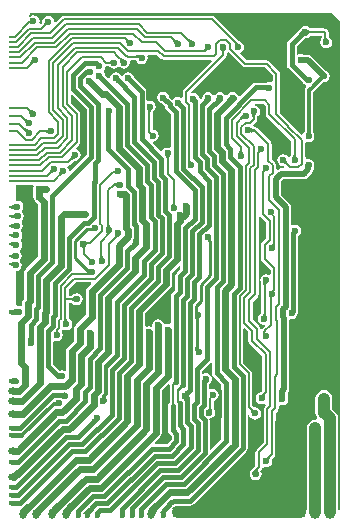
<source format=gbl>
G04*
G04 #@! TF.GenerationSoftware,Altium Limited,Altium Designer,20.2.7 (254)*
G04*
G04 Layer_Physical_Order=2*
G04 Layer_Color=16711680*
%FSLAX25Y25*%
%MOIN*%
G70*
G04*
G04 #@! TF.SameCoordinates,F843C583-EBE9-4D23-8C3A-A0ED9C3F7A7C*
G04*
G04*
G04 #@! TF.FilePolarity,Positive*
G04*
G01*
G75*
%ADD10C,0.00984*%
%ADD11C,0.00787*%
%ADD64O,0.03937X0.05906*%
%ADD67O,0.03150X0.02362*%
%ADD68C,0.01575*%
%ADD69C,0.01181*%
%ADD70C,0.01968*%
%ADD71C,0.03937*%
%ADD72C,0.02362*%
%ADD75C,0.02362*%
%ADD76O,0.01575X0.00787*%
%ADD77O,0.02362X0.01575*%
%ADD78O,0.02362X0.03150*%
%ADD79O,0.44882X0.04331*%
%ADD80O,0.01575X0.02362*%
%ADD81O,1.00787X0.00787*%
%ADD82O,0.00787X1.60630*%
G04:AMPARAMS|DCode=83|XSize=7.87mil|YSize=47.24mil|CornerRadius=0mil|HoleSize=0mil|Usage=FLASHONLY|Rotation=45.000|XOffset=0mil|YOffset=0mil|HoleType=Round|Shape=Round|*
%AMOVALD83*
21,1,0.03937,0.00787,0.00000,0.00000,135.0*
1,1,0.00787,0.01392,-0.01392*
1,1,0.00787,-0.01392,0.01392*
%
%ADD83OVALD83*%

%ADD84C,0.07874*%
G36*
X13490Y164925D02*
X13373Y164930D01*
X13260Y164926D01*
X13151Y164913D01*
X13046Y164891D01*
X12945Y164861D01*
X12847Y164821D01*
X12754Y164773D01*
X12665Y164716D01*
X12579Y164649D01*
X12498Y164575D01*
X11981Y165172D01*
X12055Y165251D01*
X12122Y165335D01*
X12182Y165424D01*
X12235Y165517D01*
X12280Y165615D01*
X12319Y165717D01*
X12351Y165824D01*
X12375Y165935D01*
X12393Y166051D01*
X12404Y166171D01*
X13490Y164925D01*
D02*
G37*
G36*
X100241Y163441D02*
X100329Y163368D01*
X100421Y163303D01*
X100515Y163247D01*
X100611Y163199D01*
X100711Y163160D01*
X100812Y163129D01*
X100917Y163108D01*
X101024Y163095D01*
X101133Y163091D01*
Y162303D01*
X101024Y162299D01*
X100917Y162286D01*
X100812Y162264D01*
X100711Y162234D01*
X100611Y162195D01*
X100515Y162147D01*
X100421Y162091D01*
X100329Y162026D01*
X100241Y161952D01*
X100154Y161870D01*
Y163524D01*
X100241Y163441D01*
D02*
G37*
G36*
X98919Y161583D02*
X98894Y161585D01*
X98860Y161576D01*
X98819Y161557D01*
X98770Y161528D01*
X98713Y161487D01*
X98577Y161374D01*
X98409Y161218D01*
X98314Y161124D01*
X97193Y162231D01*
X98189Y163066D01*
X98919Y161583D01*
D02*
G37*
G36*
X106304Y161025D02*
X106319Y160918D01*
X106343Y160817D01*
X106378Y160722D01*
X106422Y160632D01*
X106476Y160549D01*
X106540Y160472D01*
X106614Y160400D01*
X106697Y160335D01*
X106790Y160275D01*
X105189Y159862D01*
X105251Y159969D01*
X105354Y160182D01*
X105396Y160288D01*
X105431Y160394D01*
X105460Y160499D01*
X105483Y160605D01*
X105499Y160710D01*
X105509Y160815D01*
X105512Y160920D01*
X106299Y161138D01*
X106304Y161025D01*
D02*
G37*
G36*
X39832Y160397D02*
X39918Y160331D01*
X40007Y160276D01*
X40100Y160231D01*
X40196Y160196D01*
X40295Y160172D01*
X40397Y160157D01*
X40503Y160153D01*
X40612Y160160D01*
X40725Y160176D01*
X39780Y158819D01*
X39757Y158939D01*
X39728Y159055D01*
X39693Y159165D01*
X39654Y159272D01*
X39608Y159373D01*
X39557Y159470D01*
X39501Y159562D01*
X39439Y159649D01*
X39372Y159731D01*
X39299Y159809D01*
X39750Y160473D01*
X39832Y160397D01*
D02*
G37*
G36*
X60685Y160213D02*
X60769Y160146D01*
X60859Y160088D01*
X60952Y160038D01*
X61050Y159995D01*
X61152Y159960D01*
X61258Y159934D01*
X61368Y159915D01*
X61483Y159904D01*
X61602Y159901D01*
X60433Y158732D01*
X60430Y158851D01*
X60420Y158966D01*
X60401Y159077D01*
X60374Y159183D01*
X60340Y159285D01*
X60297Y159383D01*
X60247Y159476D01*
X60188Y159565D01*
X60122Y159650D01*
X60047Y159731D01*
X60604Y160287D01*
X60685Y160213D01*
D02*
G37*
G36*
X55763D02*
X55848Y160146D01*
X55937Y160088D01*
X56031Y160038D01*
X56128Y159995D01*
X56230Y159960D01*
X56337Y159934D01*
X56447Y159915D01*
X56562Y159904D01*
X56681Y159901D01*
X55512Y158732D01*
X55509Y158851D01*
X55498Y158966D01*
X55480Y159077D01*
X55453Y159183D01*
X55418Y159285D01*
X55376Y159383D01*
X55325Y159476D01*
X55267Y159565D01*
X55200Y159650D01*
X55126Y159731D01*
X55683Y160287D01*
X55763Y160213D01*
D02*
G37*
G36*
X76389Y159364D02*
X76468Y159297D01*
X76641Y159172D01*
X76733Y159114D01*
X76933Y159009D01*
X77039Y158961D01*
X77266Y158875D01*
X75778Y158154D01*
X75809Y158257D01*
X75828Y158357D01*
X75835Y158456D01*
X75830Y158552D01*
X75814Y158647D01*
X75785Y158739D01*
X75744Y158829D01*
X75691Y158917D01*
X75626Y159003D01*
X75549Y159087D01*
X76314Y159435D01*
X76389Y159364D01*
D02*
G37*
G36*
X110925Y166004D02*
X110925Y3405D01*
X110266D01*
Y4188D01*
X110260Y4234D01*
Y33861D01*
X110165Y34580D01*
X109888Y35251D01*
X109446Y35826D01*
X108193Y37079D01*
Y40512D01*
X108098Y41231D01*
X107821Y41902D01*
X107379Y42477D01*
X106803Y42919D01*
X106133Y43197D01*
X105413Y43292D01*
X104694Y43197D01*
X104024Y42919D01*
X103448Y42477D01*
X103006Y41902D01*
X102728Y41231D01*
X102634Y40512D01*
Y35591D01*
X102728Y34871D01*
X103006Y34201D01*
X103257Y33874D01*
X102986Y33406D01*
X102658Y33449D01*
X101938Y33354D01*
X101268Y33077D01*
X100692Y32635D01*
X100250Y32059D01*
X99973Y31389D01*
X99878Y30669D01*
Y27461D01*
X99874Y27452D01*
X99779Y26733D01*
Y25551D01*
Y4318D01*
X99762Y4188D01*
Y3405D01*
X55076D01*
X54884Y3867D01*
X55487Y4470D01*
X55936Y4770D01*
X56012Y4846D01*
X60979D01*
X60979Y4846D01*
X61594Y4968D01*
X62115Y5316D01*
X79584Y22785D01*
X79584Y22785D01*
X79932Y23306D01*
X80054Y23921D01*
X80054Y23921D01*
Y32757D01*
X80054Y32757D01*
X80050Y32774D01*
Y35094D01*
X80550Y35143D01*
X80626Y34763D01*
X81061Y34112D01*
X81712Y33677D01*
X82480Y33524D01*
X83248Y33677D01*
X83899Y34112D01*
X84335Y34763D01*
X84487Y35531D01*
X84335Y36300D01*
X83899Y36951D01*
X83248Y37386D01*
X82480Y37539D01*
X82436Y37530D01*
X82387Y37540D01*
X82337Y37555D01*
X82292Y37572D01*
X82251Y37591D01*
X82213Y37612D01*
X82177Y37636D01*
X81618Y38196D01*
Y48919D01*
X81526Y49380D01*
X81265Y49771D01*
X81265Y49771D01*
X78566Y52469D01*
Y63748D01*
X79028Y63939D01*
X80292Y62676D01*
Y59846D01*
X80292Y59846D01*
X80383Y59385D01*
X80645Y58994D01*
X84819Y54819D01*
Y43040D01*
X84598Y42819D01*
X84415Y42664D01*
X84235Y42532D01*
X84168Y42488D01*
X84047Y42420D01*
X83976Y42406D01*
X83325Y41970D01*
X82890Y41319D01*
X82737Y40551D01*
X82890Y39783D01*
X83325Y39132D01*
X83976Y38697D01*
X84744Y38544D01*
X85512Y38697D01*
X85615Y38766D01*
X86148Y38521D01*
X86182Y38242D01*
X85763Y37823D01*
X85502Y37432D01*
X85410Y36971D01*
X85410Y36971D01*
Y25915D01*
X83007Y23512D01*
X82746Y23121D01*
X82654Y22660D01*
X82654Y22660D01*
Y18191D01*
X81038Y16575D01*
X80777Y16184D01*
X80686Y15723D01*
X80686Y15723D01*
Y15432D01*
X80670Y15354D01*
X80823Y14586D01*
X81258Y13935D01*
X81909Y13500D01*
X82677Y13347D01*
X83445Y13500D01*
X84096Y13935D01*
X84532Y14586D01*
X84684Y15354D01*
X84532Y16122D01*
X84315Y16446D01*
X84710Y16840D01*
X84971Y17231D01*
X85010Y17427D01*
X85413Y17705D01*
X85562Y17710D01*
X86221Y17580D01*
X86989Y17732D01*
X87640Y18167D01*
X88075Y18819D01*
X88228Y19587D01*
X88144Y20005D01*
X88143Y20076D01*
X88127Y20146D01*
X88124Y20170D01*
X88124Y20185D01*
X88124Y20194D01*
X88125Y20200D01*
X88128Y20207D01*
X88133Y20217D01*
X88140Y20229D01*
X89040Y21130D01*
X89302Y21520D01*
X89393Y21981D01*
X89393Y21981D01*
Y35820D01*
X90025Y36452D01*
X90286Y36842D01*
X90377Y37303D01*
X90377Y37303D01*
Y38167D01*
X90691Y38334D01*
X90877Y38390D01*
X91585Y38249D01*
X92353Y38402D01*
X93004Y38837D01*
X93439Y39488D01*
X93592Y40256D01*
X93439Y41024D01*
X93353Y41152D01*
Y42374D01*
X93403Y42423D01*
X93795Y43009D01*
X93932Y43701D01*
Y66609D01*
X94432Y67019D01*
X94705Y66965D01*
X95474Y67117D01*
X96125Y67552D01*
X96560Y68204D01*
X96713Y68972D01*
X96697Y69048D01*
X96759Y69140D01*
X96881Y69755D01*
X96881Y69755D01*
Y94767D01*
X97285Y95038D01*
X97720Y95689D01*
X97873Y96457D01*
X97720Y97225D01*
X97285Y97876D01*
X96634Y98311D01*
X95866Y98464D01*
X95098Y98311D01*
X94964Y98221D01*
X94523Y98457D01*
Y104289D01*
X94385Y104980D01*
X93994Y105566D01*
X91176Y108383D01*
Y112900D01*
X91892Y113615D01*
X98689D01*
X99380Y113752D01*
X99966Y114144D01*
X101596Y115773D01*
X101987Y116359D01*
X102125Y117051D01*
Y117355D01*
X102248Y117539D01*
X102401Y118307D01*
X102248Y119075D01*
X101813Y119726D01*
X101162Y120161D01*
X100394Y120314D01*
X99834Y120203D01*
X99334Y120522D01*
Y120959D01*
X99334Y120959D01*
X99243Y121420D01*
X99236Y121430D01*
Y125686D01*
X99736Y125987D01*
X100335Y125868D01*
X101103Y126021D01*
X101754Y126456D01*
X102189Y127107D01*
X102342Y127875D01*
X102189Y128643D01*
X102012Y128909D01*
X102006Y128925D01*
X102003Y128935D01*
X101997Y128948D01*
X101992Y128963D01*
X101974Y129041D01*
X101969Y129070D01*
X101960Y129203D01*
Y142689D01*
X102219Y142949D01*
X102447Y143101D01*
X105229Y145882D01*
X105250Y145900D01*
X105293Y145930D01*
X105306Y145938D01*
X105364Y145926D01*
X106132Y146079D01*
X106783Y146514D01*
X107219Y147165D01*
X107371Y147933D01*
X107219Y148701D01*
X106783Y149352D01*
X106132Y149787D01*
X106048Y149804D01*
X101303Y154548D01*
X100717Y154940D01*
X100026Y155078D01*
X98689D01*
X98504Y155201D01*
X97736Y155353D01*
X96968Y155201D01*
X96830Y155108D01*
X96389Y155344D01*
Y158042D01*
X99044Y160697D01*
X99272D01*
X99311Y160690D01*
X100079Y160843D01*
X100730Y161278D01*
X100787Y161362D01*
X100819Y161389D01*
X100860Y161418D01*
X100899Y161442D01*
X100936Y161460D01*
X100972Y161474D01*
X101009Y161485D01*
X101046Y161493D01*
X104701D01*
Y160805D01*
X104693Y160750D01*
X104680Y160690D01*
X104663Y160627D01*
X104641Y160563D01*
X104618Y160505D01*
X104540Y160344D01*
X104493Y160261D01*
X104478Y160217D01*
X104347Y160020D01*
X104194Y159252D01*
X104347Y158484D01*
X104782Y157833D01*
X105433Y157398D01*
X106201Y157245D01*
X106969Y157398D01*
X107620Y157833D01*
X108055Y158484D01*
X108208Y159252D01*
X108055Y160020D01*
X107620Y160671D01*
X107275Y160902D01*
X107222Y160952D01*
X107162Y160991D01*
X107142Y161006D01*
X107131Y161017D01*
X107124Y161025D01*
X107121Y161030D01*
X107117Y161037D01*
X107113Y161049D01*
X107110Y161063D01*
Y162282D01*
X107018Y162743D01*
X106757Y163133D01*
X106757Y163133D01*
X106342Y163548D01*
X105951Y163809D01*
X105490Y163901D01*
X105490Y163901D01*
X101046D01*
X101009Y163909D01*
X100972Y163919D01*
X100936Y163934D01*
X100899Y163952D01*
X100860Y163975D01*
X100819Y164005D01*
X100787Y164032D01*
X100730Y164116D01*
X100079Y164551D01*
X99311Y164704D01*
X98543Y164551D01*
X97892Y164116D01*
X97597Y163674D01*
X97244Y163438D01*
X97244Y163438D01*
X93648Y159843D01*
X93300Y159322D01*
X93178Y158707D01*
X93178Y158707D01*
Y151772D01*
X93178Y151772D01*
X93300Y151157D01*
X93648Y150636D01*
X98373Y145912D01*
X98642Y145732D01*
X98975Y145234D01*
X99484Y144894D01*
X99625Y144328D01*
X99561Y144265D01*
X99257Y143809D01*
X99150Y143271D01*
Y129512D01*
X99146Y129485D01*
X99138Y129444D01*
X99137Y129443D01*
X98915Y129294D01*
X98499Y128672D01*
X98419Y128596D01*
X97996Y128468D01*
X94718Y131746D01*
X94715Y131760D01*
X94454Y132151D01*
X94454Y132151D01*
X90870Y135735D01*
Y148800D01*
X90870Y148800D01*
X90778Y149261D01*
X90517Y149652D01*
X87250Y152919D01*
X86860Y153180D01*
X86399Y153271D01*
X86399Y153271D01*
X79736D01*
X77591Y155417D01*
X77751Y155964D01*
X78309Y156336D01*
X78744Y156987D01*
X78897Y157755D01*
X78744Y158523D01*
X78309Y159175D01*
X77658Y159610D01*
X77521Y159637D01*
X77346Y159703D01*
X77285Y159730D01*
X77133Y159811D01*
X77089Y159838D01*
X76974Y159922D01*
X69136Y167760D01*
X68745Y168021D01*
X68284Y168113D01*
X68284Y168113D01*
X18730D01*
X18729Y168113D01*
X18269Y168021D01*
X17878Y167760D01*
X17878Y167760D01*
X16070Y165952D01*
X15793Y166039D01*
X15577Y166166D01*
X15437Y166870D01*
X15002Y167522D01*
X14351Y167957D01*
X13583Y168110D01*
X12815Y167957D01*
X12163Y167522D01*
X11728Y166870D01*
X11576Y166102D01*
X11582Y166068D01*
X11573Y166025D01*
X11558Y165974D01*
X11540Y165928D01*
X11521Y165886D01*
X11499Y165847D01*
X11474Y165811D01*
X11008Y165345D01*
X10547Y165591D01*
X10668Y166201D01*
X10516Y166969D01*
X10081Y167620D01*
X9430Y168055D01*
X8662Y168208D01*
X7893Y168055D01*
X7450Y167759D01*
X7130Y168147D01*
X7975Y168996D01*
X107933D01*
X110925Y166004D01*
D02*
G37*
G36*
X66936Y156574D02*
X66817Y156572D01*
X66703Y156561D01*
X66592Y156542D01*
X66486Y156516D01*
X66384Y156481D01*
X66286Y156438D01*
X66193Y156388D01*
X66104Y156329D01*
X66019Y156263D01*
X65938Y156188D01*
X65381Y156745D01*
X65456Y156826D01*
X65522Y156911D01*
X65581Y157000D01*
X65631Y157093D01*
X65674Y157191D01*
X65708Y157293D01*
X65735Y157399D01*
X65754Y157510D01*
X65764Y157624D01*
X65767Y157744D01*
X66936Y156574D01*
D02*
G37*
G36*
X72614Y156826D02*
X72541Y156737D01*
X72476Y156646D01*
X72419Y156552D01*
X72372Y156455D01*
X72333Y156356D01*
X72302Y156254D01*
X72281Y156150D01*
X72268Y156043D01*
X72263Y155933D01*
X71476D01*
X71472Y156043D01*
X71459Y156150D01*
X71437Y156254D01*
X71407Y156356D01*
X71368Y156455D01*
X71320Y156552D01*
X71264Y156646D01*
X71199Y156737D01*
X71125Y156826D01*
X71043Y156912D01*
X72697D01*
X72614Y156826D01*
D02*
G37*
G36*
X43581Y153576D02*
X43539Y153671D01*
X43489Y153755D01*
X43431Y153830D01*
X43365Y153895D01*
X43290Y153950D01*
X43208Y153995D01*
X43118Y154030D01*
X43019Y154055D01*
X42913Y154070D01*
X42798Y154075D01*
X42894Y154862D01*
X43049Y154865D01*
X43487Y154899D01*
X43624Y154919D01*
X43884Y154974D01*
X44007Y155008D01*
X44239Y155090D01*
X43581Y153576D01*
D02*
G37*
G36*
X37939Y153953D02*
X38023Y153886D01*
X38112Y153826D01*
X38205Y153773D01*
X38302Y153727D01*
X38405Y153688D01*
X38511Y153656D01*
X38623Y153630D01*
X38739Y153611D01*
X38859Y153600D01*
X37603Y152524D01*
X37609Y152641D01*
X37606Y152754D01*
X37594Y152863D01*
X37573Y152968D01*
X37543Y153069D01*
X37503Y153166D01*
X37455Y153260D01*
X37398Y153349D01*
X37332Y153434D01*
X37257Y153516D01*
X37860Y154027D01*
X37939Y153953D01*
D02*
G37*
G36*
X51154Y153834D02*
X51154Y153833D01*
X51544Y153572D01*
X52005Y153481D01*
X52005Y153481D01*
X67995D01*
X68186Y153019D01*
X58745Y143578D01*
X58484Y143187D01*
X58392Y142726D01*
X58392Y142726D01*
Y141099D01*
X57892Y140832D01*
X57658Y140988D01*
X56890Y141141D01*
X56122Y140988D01*
X55471Y140553D01*
X55259Y140236D01*
X54761Y140187D01*
X53812Y141136D01*
X53724Y141575D01*
X53289Y142226D01*
X52638Y142661D01*
X51870Y142814D01*
X51102Y142661D01*
X50451Y142226D01*
X50016Y141575D01*
X49863Y140807D01*
X50016Y140039D01*
X50451Y139388D01*
X51102Y138953D01*
X51523Y138869D01*
X51667Y138740D01*
X52557Y137850D01*
X52650Y137378D01*
X52999Y136857D01*
X54497Y135359D01*
Y124399D01*
X53997Y124122D01*
X53347Y124251D01*
X52578Y124098D01*
X51927Y123663D01*
X51530Y123069D01*
X51257Y122941D01*
X51023Y122870D01*
X48219Y125674D01*
X48379Y126038D01*
X48452Y126148D01*
X49193Y126295D01*
X49844Y126730D01*
X50279Y127382D01*
X50432Y128150D01*
X50279Y128918D01*
X49844Y129569D01*
X49193Y130004D01*
X48495Y130143D01*
Y136041D01*
X48500Y136067D01*
X48508Y136090D01*
X48518Y136112D01*
X48530Y136133D01*
X48547Y136156D01*
X48569Y136182D01*
X48599Y136212D01*
X48662Y136264D01*
X48683Y136289D01*
X48860Y136407D01*
X49295Y137058D01*
X49448Y137826D01*
X49295Y138594D01*
X48860Y139246D01*
X48209Y139681D01*
X47441Y139833D01*
X46791Y139704D01*
X46291Y139981D01*
Y142776D01*
X46291Y142776D01*
X46169Y143390D01*
X45820Y143911D01*
X45820Y143911D01*
X42075Y147657D01*
X42012Y147973D01*
X41577Y148624D01*
X40926Y149059D01*
X40157Y149212D01*
X39389Y149059D01*
X38738Y148624D01*
X38430Y148162D01*
X38315Y148135D01*
X37871Y148168D01*
X37517Y148698D01*
X36866Y149133D01*
X36097Y149286D01*
X35329Y149133D01*
X34678Y148698D01*
X34243Y148047D01*
X34123Y147443D01*
X33629Y147230D01*
X32451Y148408D01*
X32366Y148834D01*
X32081Y149261D01*
X32047Y149840D01*
X32482Y150491D01*
X32539Y150776D01*
X32787Y151236D01*
X33101Y151236D01*
X33815D01*
X33851Y151228D01*
X33888Y151217D01*
X33924Y151203D01*
X33961Y151185D01*
X34000Y151162D01*
X34041Y151132D01*
X34073Y151105D01*
X34130Y151021D01*
X34781Y150586D01*
X35549Y150433D01*
X36317Y150586D01*
X36815Y150918D01*
X37187Y150976D01*
X37496Y150911D01*
X38012Y150567D01*
X38780Y150414D01*
X39548Y150567D01*
X40199Y151002D01*
X40634Y151653D01*
X40787Y152421D01*
X40718Y152764D01*
X41129Y153264D01*
X42824D01*
X42831Y153228D01*
X43266Y152577D01*
X43917Y152142D01*
X44685Y151989D01*
X45453Y152142D01*
X46104Y152577D01*
X46539Y153228D01*
X46692Y153996D01*
X46558Y154673D01*
X46822Y155173D01*
X49814D01*
X51154Y153834D01*
D02*
G37*
G36*
X9142Y152323D02*
X9023Y152320D01*
X8908Y152309D01*
X8797Y152291D01*
X8691Y152264D01*
X8589Y152229D01*
X8491Y152187D01*
X8398Y152136D01*
X8309Y152078D01*
X8224Y152012D01*
X8143Y151937D01*
X7587Y152494D01*
X7661Y152574D01*
X7728Y152659D01*
X7786Y152748D01*
X7836Y152842D01*
X7879Y152939D01*
X7914Y153041D01*
X7940Y153148D01*
X7959Y153258D01*
X7970Y153373D01*
X7972Y153492D01*
X9142Y152323D01*
D02*
G37*
G36*
X34706Y151613D02*
X34619Y151696D01*
X34531Y151769D01*
X34439Y151834D01*
X34345Y151891D01*
X34249Y151938D01*
X34150Y151977D01*
X34048Y152007D01*
X33943Y152029D01*
X33836Y152042D01*
X33727Y152047D01*
Y152834D01*
X33836Y152838D01*
X33943Y152851D01*
X34048Y152873D01*
X34150Y152903D01*
X34249Y152942D01*
X34345Y152990D01*
X34439Y153046D01*
X34531Y153111D01*
X34619Y153185D01*
X34706Y153267D01*
Y151613D01*
D02*
G37*
G36*
X31698Y148046D02*
X31713Y148022D01*
X31738Y147989D01*
X31818Y147897D01*
X32193Y147509D01*
X31089Y146386D01*
X30993Y146481D01*
X30547Y146880D01*
X30531Y146885D01*
X31693Y148061D01*
X31698Y148046D01*
D02*
G37*
G36*
X99524Y148146D02*
X99828Y147877D01*
X99885Y147836D01*
X99934Y147806D01*
X99975Y147786D01*
X100009Y147777D01*
X100034Y147779D01*
X99262Y146317D01*
X98292Y147150D01*
X99428Y148241D01*
X99524Y148146D01*
D02*
G37*
G36*
X105301Y146754D02*
X105233Y146752D01*
X105162Y146741D01*
X105089Y146721D01*
X105012Y146691D01*
X104934Y146651D01*
X104852Y146602D01*
X104769Y146543D01*
X104682Y146474D01*
X104502Y146308D01*
X103708Y147184D01*
X103797Y147276D01*
X103946Y147450D01*
X104007Y147533D01*
X104060Y147614D01*
X104103Y147691D01*
X104136Y147766D01*
X104161Y147837D01*
X104177Y147906D01*
X104184Y147972D01*
X105301Y146754D01*
D02*
G37*
G36*
X73580Y156013D02*
X73602Y156000D01*
X78386Y151215D01*
X78386Y151215D01*
X78777Y150954D01*
X79238Y150863D01*
X79238Y150863D01*
X85900D01*
X88461Y148301D01*
Y146244D01*
X87961Y145971D01*
X87303Y146102D01*
X86535Y145949D01*
X86310Y145799D01*
X82709D01*
X82709Y145799D01*
X82095Y145676D01*
X81574Y145328D01*
X77455Y141210D01*
X76977Y141355D01*
X76953Y141477D01*
X76518Y142128D01*
X75867Y142563D01*
X75098Y142716D01*
X74330Y142563D01*
X73679Y142128D01*
X73115Y141563D01*
X73009Y141545D01*
X72518Y141637D01*
X72512Y141642D01*
X72187Y142128D01*
X71536Y142563D01*
X70768Y142716D01*
X70000Y142563D01*
X69349Y142128D01*
X69120Y141785D01*
X68518D01*
X68289Y142128D01*
X67638Y142563D01*
X66870Y142716D01*
X66102Y142563D01*
X65451Y142128D01*
X65016Y141477D01*
X64876Y140774D01*
X64865Y140761D01*
X64442Y140338D01*
X64392Y140341D01*
X63932Y140535D01*
X63813Y141132D01*
X63378Y141783D01*
X62727Y142218D01*
X61959Y142371D01*
X61575Y142295D01*
X61329Y142756D01*
X72721Y154148D01*
X72721Y154148D01*
X72982Y154539D01*
X73074Y155000D01*
Y155820D01*
X73553Y156025D01*
X73580Y156013D01*
D02*
G37*
G36*
X37283Y147251D02*
X37298Y147227D01*
X37323Y147194D01*
X37403Y147100D01*
X37683Y146807D01*
X37778Y146712D01*
X36664Y145598D01*
X36109Y146098D01*
X37279Y147267D01*
X37283Y147251D01*
D02*
G37*
G36*
X41342Y147252D02*
X41358Y147233D01*
X41383Y147204D01*
X41744Y146830D01*
X41839Y146735D01*
X40814Y145533D01*
X40719Y145628D01*
X40286Y146008D01*
X40258Y146022D01*
X40239Y146027D01*
X41337Y147263D01*
X41342Y147252D01*
D02*
G37*
G36*
X86394Y143341D02*
X86377Y143353D01*
X86346Y143364D01*
X86303Y143374D01*
X86247Y143382D01*
X86095Y143395D01*
X85770Y143405D01*
X85635Y143405D01*
X85813Y144980D01*
X86532Y144989D01*
X86394Y143341D01*
D02*
G37*
G36*
X53056Y140780D02*
X53071Y140755D01*
X53096Y140722D01*
X53176Y140629D01*
X53456Y140336D01*
X53550Y140240D01*
X52437Y139127D01*
X51882Y139626D01*
X53051Y140795D01*
X53056Y140780D01*
D02*
G37*
G36*
X67009Y139536D02*
X66525Y139037D01*
X65215Y139954D01*
X65310Y140050D01*
X65662Y140454D01*
X65685Y140493D01*
X65698Y140524D01*
X65700Y140546D01*
X67009Y139536D01*
D02*
G37*
G36*
X70907Y139536D02*
X70423Y139037D01*
X69113Y139954D01*
X69208Y140050D01*
X69560Y140454D01*
X69583Y140493D01*
X69595Y140524D01*
X69598Y140546D01*
X70907Y139536D01*
D02*
G37*
G36*
X58062Y138949D02*
X58075Y138918D01*
X58098Y138879D01*
X58131Y138832D01*
X58174Y138777D01*
X58366Y138563D01*
X58544Y138380D01*
X57235Y137462D01*
X56751Y137961D01*
X58060Y138971D01*
X58062Y138949D01*
D02*
G37*
G36*
X48153Y136884D02*
X48064Y136811D01*
X47984Y136734D01*
X47914Y136652D01*
X47853Y136566D01*
X47801Y136476D01*
X47759Y136382D01*
X47726Y136283D01*
X47703Y136180D01*
X47689Y136073D01*
X47684Y135962D01*
X46897Y136070D01*
X46893Y136177D01*
X46881Y136283D01*
X46862Y136389D01*
X46835Y136493D01*
X46801Y136596D01*
X46759Y136698D01*
X46709Y136799D01*
X46651Y136899D01*
X46586Y136997D01*
X46513Y137095D01*
X48153Y136884D01*
D02*
G37*
G36*
X7496Y136886D02*
X7581Y136820D01*
X7670Y136761D01*
X7763Y136711D01*
X7861Y136668D01*
X7963Y136634D01*
X8069Y136607D01*
X8179Y136588D01*
X8294Y136577D01*
X8414Y136575D01*
X7244Y135406D01*
X7242Y135525D01*
X7231Y135640D01*
X7212Y135750D01*
X7185Y135856D01*
X7151Y135958D01*
X7108Y136056D01*
X7058Y136149D01*
X6999Y136239D01*
X6933Y136323D01*
X6858Y136404D01*
X7415Y136961D01*
X7496Y136886D01*
D02*
G37*
G36*
X34448Y135355D02*
X34429Y135337D01*
X34413Y135306D01*
X34398Y135263D01*
X34385Y135206D01*
X34375Y135137D01*
X34359Y134959D01*
X34351Y134730D01*
X34350Y134596D01*
X32776Y135197D01*
X32847Y135768D01*
X34448Y135355D01*
D02*
G37*
G36*
X82902Y135258D02*
X82811Y135189D01*
X82730Y135115D01*
X82658Y135037D01*
X82596Y134953D01*
X82544Y134865D01*
X82501Y134773D01*
X82467Y134675D01*
X82443Y134573D01*
X82429Y134466D01*
X82424Y134354D01*
X81637Y134496D01*
X81633Y134602D01*
X81622Y134708D01*
X81604Y134813D01*
X81578Y134918D01*
X81546Y135022D01*
X81506Y135126D01*
X81458Y135229D01*
X81403Y135331D01*
X81341Y135432D01*
X81272Y135533D01*
X82902Y135258D01*
D02*
G37*
G36*
X78797Y133657D02*
X78713Y133704D01*
X78628Y133737D01*
X78544Y133756D01*
X78460Y133760D01*
X78375Y133751D01*
X78290Y133728D01*
X78205Y133691D01*
X78120Y133641D01*
X78034Y133576D01*
X77949Y133497D01*
X77503Y134164D01*
X77639Y134303D01*
X78236Y134974D01*
X78299Y135060D01*
X78391Y135209D01*
X78797Y133657D01*
D02*
G37*
G36*
X6157Y133755D02*
X6242Y133688D01*
X6331Y133630D01*
X6424Y133579D01*
X6522Y133537D01*
X6624Y133502D01*
X6730Y133475D01*
X6841Y133457D01*
X6956Y133446D01*
X7075Y133443D01*
X5906Y132274D01*
X5903Y132393D01*
X5892Y132508D01*
X5873Y132618D01*
X5847Y132725D01*
X5812Y132827D01*
X5770Y132924D01*
X5719Y133018D01*
X5661Y133107D01*
X5594Y133192D01*
X5520Y133272D01*
X6076Y133829D01*
X6157Y133755D01*
D02*
G37*
G36*
X81249Y130672D02*
X81337Y130598D01*
X81429Y130534D01*
X81523Y130477D01*
X81619Y130430D01*
X81718Y130391D01*
X81820Y130360D01*
X81925Y130339D01*
X82032Y130326D01*
X82141Y130321D01*
Y129534D01*
X82032Y129530D01*
X81925Y129517D01*
X81820Y129495D01*
X81718Y129465D01*
X81619Y129426D01*
X81523Y129378D01*
X81429Y129322D01*
X81337Y129257D01*
X81249Y129183D01*
X81162Y129101D01*
Y130754D01*
X81249Y130672D01*
D02*
G37*
G36*
X6035Y130536D02*
X6121Y130470D01*
X6210Y130414D01*
X6303Y130367D01*
X6400Y130329D01*
X6501Y130301D01*
X6605Y130283D01*
X6713Y130274D01*
X6825Y130274D01*
X6940Y130284D01*
X5912Y128989D01*
X5896Y129110D01*
X5873Y129226D01*
X5845Y129337D01*
X5809Y129444D01*
X5768Y129546D01*
X5720Y129643D01*
X5666Y129736D01*
X5605Y129824D01*
X5538Y129908D01*
X5465Y129986D01*
X5954Y130611D01*
X6035Y130536D01*
D02*
G37*
G36*
X13642Y128778D02*
X13555Y128860D01*
X13467Y128934D01*
X13375Y128998D01*
X13281Y129055D01*
X13185Y129102D01*
X13085Y129141D01*
X12984Y129172D01*
X12879Y129193D01*
X12772Y129206D01*
X12663Y129211D01*
Y129998D01*
X12772Y130002D01*
X12879Y130015D01*
X12984Y130037D01*
X13085Y130067D01*
X13185Y130106D01*
X13281Y130154D01*
X13375Y130210D01*
X13467Y130275D01*
X13555Y130349D01*
X13642Y130431D01*
Y128778D01*
D02*
G37*
G36*
X47635Y129498D02*
X47805Y129349D01*
X47853Y129315D01*
X47895Y129288D01*
X47932Y129269D01*
X47965Y129258D01*
X47993Y129254D01*
X48017Y129258D01*
X47317Y128558D01*
X47321Y128582D01*
X47317Y128610D01*
X47306Y128642D01*
X47287Y128680D01*
X47260Y128722D01*
X47226Y128770D01*
X47134Y128878D01*
X47012Y129006D01*
X47569Y129563D01*
X47635Y129498D01*
D02*
G37*
G36*
X101145Y129443D02*
X101147Y129314D01*
X101171Y128981D01*
X101185Y128887D01*
X101223Y128726D01*
X101247Y128659D01*
X101274Y128600D01*
X101304Y128550D01*
X99679Y128858D01*
X99734Y128901D01*
X99782Y128953D01*
X99825Y129014D01*
X99862Y129085D01*
X99893Y129165D01*
X99919Y129254D01*
X99938Y129353D01*
X99953Y129461D01*
X99961Y129578D01*
X99964Y129705D01*
X101145Y129443D01*
D02*
G37*
G36*
X78154Y123169D02*
X78167Y123062D01*
X78189Y122958D01*
X78219Y122856D01*
X78258Y122757D01*
X78306Y122661D01*
X78362Y122566D01*
X78427Y122475D01*
X78500Y122386D01*
X78583Y122300D01*
X76929D01*
X77011Y122386D01*
X77085Y122475D01*
X77150Y122566D01*
X77206Y122661D01*
X77254Y122757D01*
X77293Y122856D01*
X77323Y122958D01*
X77345Y123062D01*
X77358Y123169D01*
X77362Y123279D01*
X78150D01*
X78154Y123169D01*
D02*
G37*
G36*
X86099Y137985D02*
Y135230D01*
X86099Y135230D01*
X86191Y134769D01*
X86452Y134379D01*
X94465Y126365D01*
Y121668D01*
X94457Y121624D01*
X94445Y121580D01*
X94428Y121534D01*
X94408Y121488D01*
X94382Y121439D01*
X94364Y121410D01*
X94349Y121399D01*
X94271Y121283D01*
X94251Y121258D01*
X94237Y121232D01*
X94149Y121101D01*
X93548D01*
X93348Y121399D01*
X92697Y121835D01*
X91929Y121987D01*
X91161Y121835D01*
X90510Y121399D01*
X90075Y120748D01*
X89922Y119980D01*
X90075Y119212D01*
X90510Y118561D01*
X91161Y118126D01*
X91929Y117973D01*
X92029Y117993D01*
X92071Y117989D01*
X92121Y117981D01*
X92148Y117974D01*
X92188Y117936D01*
X92332Y117725D01*
X92094Y117228D01*
X91144D01*
X90452Y117090D01*
X90090Y116848D01*
X89590Y117115D01*
Y118203D01*
X89590Y118203D01*
X89498Y118664D01*
X89237Y119054D01*
X89237Y119054D01*
X88019Y120272D01*
Y125390D01*
X88019Y125390D01*
X87928Y125850D01*
X87667Y126241D01*
X87667Y126241D01*
X83129Y130779D01*
X82738Y131040D01*
X82277Y131132D01*
X82029Y131299D01*
X81985Y131857D01*
X82882Y132754D01*
X83143Y133145D01*
X83235Y133606D01*
X83235Y133606D01*
Y134432D01*
X83240Y134453D01*
X83247Y134473D01*
X83255Y134490D01*
X83264Y134506D01*
X83278Y134525D01*
X83297Y134546D01*
X83325Y134570D01*
X83387Y134618D01*
X83424Y134659D01*
X83647Y134808D01*
X84082Y135459D01*
X84235Y136227D01*
X84082Y136995D01*
X83647Y137646D01*
X82996Y138081D01*
X82611Y138158D01*
X82660Y138658D01*
X85426D01*
X86099Y137985D01*
D02*
G37*
G36*
X96068Y121722D02*
X96081Y121615D01*
X96104Y121511D01*
X96136Y121411D01*
X96178Y121315D01*
X96228Y121223D01*
X96288Y121134D01*
X96356Y121049D01*
X96434Y120967D01*
X96521Y120890D01*
X94873Y120752D01*
X94950Y120846D01*
X95018Y120941D01*
X95079Y121039D01*
X95131Y121137D01*
X95175Y121238D01*
X95211Y121339D01*
X95239Y121443D01*
X95259Y121548D01*
X95272Y121654D01*
X95276Y121763D01*
X96063Y121833D01*
X96068Y121722D01*
D02*
G37*
G36*
X54164Y121378D02*
X54096Y121283D01*
X54036Y121186D01*
X53983Y121087D01*
X53939Y120987D01*
X53903Y120885D01*
X53875Y120781D01*
X53855Y120676D01*
X53843Y120570D01*
X53839Y120462D01*
X53051Y120392D01*
X53047Y120502D01*
X53033Y120610D01*
X53010Y120713D01*
X52978Y120813D01*
X52937Y120909D01*
X52886Y121001D01*
X52827Y121090D01*
X52758Y121175D01*
X52680Y121257D01*
X52593Y121335D01*
X54241Y121472D01*
X54164Y121378D01*
D02*
G37*
G36*
X22540Y120548D02*
X22419Y120525D01*
X22304Y120496D01*
X22193Y120461D01*
X22087Y120421D01*
X21985Y120376D01*
X21889Y120325D01*
X21797Y120269D01*
X21709Y120207D01*
X21627Y120140D01*
X21549Y120067D01*
X20886Y120517D01*
X20962Y120600D01*
X21027Y120686D01*
X21082Y120775D01*
X21127Y120868D01*
X21162Y120964D01*
X21187Y121063D01*
X21201Y121165D01*
X21205Y121271D01*
X21199Y121380D01*
X21182Y121492D01*
X22540Y120548D01*
D02*
G37*
G36*
X93113Y119849D02*
X93124Y119735D01*
X93142Y119624D01*
X93169Y119518D01*
X93204Y119416D01*
X93246Y119318D01*
X93297Y119225D01*
X93355Y119135D01*
X93422Y119051D01*
X93496Y118970D01*
X92939Y118413D01*
X92859Y118488D01*
X92774Y118554D01*
X92685Y118613D01*
X92591Y118663D01*
X92494Y118706D01*
X92392Y118740D01*
X92286Y118767D01*
X92175Y118786D01*
X92060Y118797D01*
X91941Y118799D01*
X93110Y119968D01*
X93113Y119849D01*
D02*
G37*
G36*
X26347Y137150D02*
Y121694D01*
X20993Y116340D01*
X20451Y116505D01*
X20358Y116969D01*
X19923Y117620D01*
X19857Y117664D01*
X20009Y118164D01*
X20293D01*
X20293Y118164D01*
X20754Y118256D01*
X21145Y118517D01*
X22197Y119568D01*
X22239Y119598D01*
X22285Y119627D01*
X22336Y119653D01*
X22392Y119678D01*
X22453Y119701D01*
X22521Y119722D01*
X22594Y119741D01*
X22694Y119760D01*
X22766Y119790D01*
X23111Y119858D01*
X23762Y120293D01*
X24197Y120945D01*
X24350Y121713D01*
X24197Y122481D01*
X23762Y123132D01*
X23111Y123567D01*
X23038Y123581D01*
X22893Y124060D01*
X23998Y125165D01*
X23998Y125165D01*
X24259Y125556D01*
X24351Y126017D01*
X24351Y126017D01*
Y135383D01*
X24351Y135383D01*
X24259Y135844D01*
X23998Y136234D01*
X23998Y136234D01*
X21185Y139048D01*
Y141659D01*
X21646Y141850D01*
X26347Y137150D01*
D02*
G37*
G36*
X15441Y115807D02*
X15322Y115804D01*
X15207Y115794D01*
X15096Y115775D01*
X14990Y115748D01*
X14888Y115714D01*
X14791Y115671D01*
X14697Y115621D01*
X14608Y115562D01*
X14523Y115496D01*
X14443Y115421D01*
X13886Y115978D01*
X13960Y116059D01*
X14027Y116144D01*
X14085Y116233D01*
X14136Y116326D01*
X14178Y116424D01*
X14213Y116526D01*
X14240Y116632D01*
X14258Y116742D01*
X14269Y116857D01*
X14272Y116976D01*
X15441Y115807D01*
D02*
G37*
G36*
X18492Y115020D02*
X18373Y115017D01*
X18258Y115006D01*
X18148Y114988D01*
X18041Y114961D01*
X17939Y114926D01*
X17842Y114884D01*
X17748Y114833D01*
X17659Y114775D01*
X17574Y114708D01*
X17494Y114634D01*
X16937Y115191D01*
X17011Y115271D01*
X17078Y115356D01*
X17136Y115445D01*
X17187Y115539D01*
X17230Y115636D01*
X17264Y115738D01*
X17291Y115845D01*
X17309Y115955D01*
X17320Y116070D01*
X17323Y116189D01*
X18492Y115020D01*
D02*
G37*
G36*
X36558Y111022D02*
X36472Y111104D01*
X36383Y111178D01*
X36292Y111242D01*
X36198Y111299D01*
X36101Y111346D01*
X36002Y111385D01*
X35900Y111416D01*
X35796Y111437D01*
X35689Y111450D01*
X35579Y111455D01*
Y112242D01*
X35689Y112247D01*
X35796Y112259D01*
X35900Y112281D01*
X36002Y112311D01*
X36101Y112350D01*
X36198Y112398D01*
X36292Y112454D01*
X36383Y112519D01*
X36472Y112593D01*
X36558Y112675D01*
Y111022D01*
D02*
G37*
G36*
X55811Y105714D02*
X55824Y105607D01*
X55846Y105503D01*
X55876Y105401D01*
X55915Y105302D01*
X55963Y105206D01*
X56019Y105112D01*
X56084Y105020D01*
X56158Y104931D01*
X56240Y104845D01*
X54587D01*
X54669Y104931D01*
X54742Y105020D01*
X54808Y105112D01*
X54864Y105206D01*
X54911Y105302D01*
X54950Y105401D01*
X54981Y105503D01*
X55002Y105607D01*
X55015Y105714D01*
X55020Y105824D01*
X55807D01*
X55811Y105714D01*
D02*
G37*
G36*
X2476Y103594D02*
X2403Y103652D01*
X2325Y103703D01*
X2242Y103749D01*
X2154Y103788D01*
X2060Y103822D01*
X1962Y103849D01*
X1858Y103870D01*
X1750Y103885D01*
X1636Y103895D01*
X1517Y103898D01*
X1426Y104882D01*
X1546Y104885D01*
X1659Y104896D01*
X1766Y104914D01*
X1867Y104939D01*
X1961Y104972D01*
X2049Y105011D01*
X2131Y105058D01*
X2207Y105112D01*
X2276Y105173D01*
X2339Y105242D01*
X2476Y103594D01*
D02*
G37*
G36*
X2617Y100430D02*
X2549Y100493D01*
X2475Y100550D01*
X2395Y100601D01*
X2310Y100644D01*
X2219Y100681D01*
X2122Y100711D01*
X2020Y100734D01*
X1912Y100751D01*
X1798Y100761D01*
X1679Y100765D01*
Y101749D01*
X1798Y101752D01*
X1912Y101762D01*
X2020Y101779D01*
X2122Y101802D01*
X2219Y101832D01*
X2310Y101869D01*
X2395Y101913D01*
X2475Y101963D01*
X2549Y102020D01*
X2617Y102083D01*
Y100430D01*
D02*
G37*
G36*
X33962Y98628D02*
X33976Y98521D01*
X34001Y98420D01*
X34035Y98325D01*
X34080Y98236D01*
X34134Y98153D01*
X34198Y98075D01*
X34271Y98004D01*
X34355Y97939D01*
X34448Y97879D01*
X32848Y97464D01*
X32909Y97571D01*
X33012Y97784D01*
X33053Y97890D01*
X33089Y97996D01*
X33118Y98101D01*
X33140Y98207D01*
X33156Y98312D01*
X33166Y98417D01*
X33169Y98522D01*
X33957Y98741D01*
X33962Y98628D01*
D02*
G37*
G36*
X2224Y97280D02*
X2155Y97344D01*
X2081Y97400D01*
X2001Y97451D01*
X1916Y97494D01*
X1825Y97531D01*
X1728Y97561D01*
X1626Y97585D01*
X1518Y97601D01*
X1404Y97611D01*
X1285Y97615D01*
Y98599D01*
X1404Y98602D01*
X1518Y98612D01*
X1626Y98629D01*
X1728Y98652D01*
X1825Y98683D01*
X1916Y98719D01*
X2001Y98763D01*
X2081Y98813D01*
X2155Y98870D01*
X2224Y98934D01*
Y97280D01*
D02*
G37*
G36*
X33854Y94915D02*
X33042Y95216D01*
X33126Y95305D01*
X33195Y95389D01*
X33249Y95468D01*
X33288Y95541D01*
X33311Y95610D01*
X33320Y95673D01*
X33313Y95731D01*
X33291Y95784D01*
X33254Y95832D01*
X33202Y95874D01*
X34664Y95990D01*
X33854Y94915D01*
D02*
G37*
G36*
X96160Y95313D02*
X96142Y95301D01*
X96125Y95276D01*
X96111Y95237D01*
X96098Y95184D01*
X96087Y95118D01*
X96072Y94945D01*
X96064Y94718D01*
X96063Y94583D01*
X94488Y94725D01*
X94744Y96089D01*
X96160Y95313D01*
D02*
G37*
G36*
X2125Y94130D02*
X2057Y94194D01*
X1983Y94251D01*
X1903Y94301D01*
X1818Y94345D01*
X1727Y94381D01*
X1630Y94411D01*
X1527Y94435D01*
X1419Y94451D01*
X1306Y94462D01*
X1186Y94465D01*
Y95449D01*
X1306Y95452D01*
X1419Y95463D01*
X1527Y95479D01*
X1630Y95503D01*
X1727Y95533D01*
X1818Y95570D01*
X1903Y95613D01*
X1983Y95663D01*
X2057Y95720D01*
X2125Y95784D01*
Y94130D01*
D02*
G37*
G36*
X37310Y94656D02*
X37195Y94613D01*
X36980Y94517D01*
X36879Y94464D01*
X36690Y94350D01*
X36603Y94289D01*
X36441Y94157D01*
X36367Y94086D01*
X35586Y94419D01*
X35663Y94503D01*
X35728Y94589D01*
X35780Y94677D01*
X35821Y94767D01*
X35849Y94859D01*
X35865Y94952D01*
X35869Y95048D01*
X35860Y95145D01*
X35839Y95244D01*
X35807Y95345D01*
X37310Y94656D01*
D02*
G37*
G36*
X43713Y93253D02*
X42102Y93627D01*
X42120Y93645D01*
X42136Y93676D01*
X42150Y93719D01*
X42162Y93776D01*
X42173Y93846D01*
X42188Y94024D01*
X42196Y94387D01*
X43771Y94477D01*
X43713Y93253D01*
D02*
G37*
G36*
X1842Y91293D02*
X1808Y91369D01*
X1764Y91437D01*
X1712Y91497D01*
X1649Y91549D01*
X1576Y91593D01*
X1494Y91629D01*
X1402Y91657D01*
X1301Y91677D01*
X1190Y91689D01*
X1069Y91693D01*
X1170Y92677D01*
X1374Y92678D01*
X2276Y92733D01*
X2373Y92751D01*
X2454Y92770D01*
X2520Y92792D01*
X1842Y91293D01*
D02*
G37*
G36*
X89255Y91948D02*
X89184Y91870D01*
X89126Y91791D01*
X89080Y91710D01*
X89047Y91629D01*
X89028Y91546D01*
X89021Y91463D01*
X89026Y91378D01*
X89045Y91292D01*
X89077Y91205D01*
X89121Y91117D01*
X87572Y91590D01*
X87658Y91636D01*
X87749Y91691D01*
X87944Y91827D01*
X88049Y91908D01*
X88390Y92205D01*
X88640Y92447D01*
X89255Y91948D01*
D02*
G37*
G36*
X42856Y91445D02*
X42371Y90946D01*
X41062Y91864D01*
X41156Y91959D01*
X41508Y92363D01*
X41531Y92402D01*
X41544Y92433D01*
X41547Y92456D01*
X42856Y91445D01*
D02*
G37*
G36*
X25712Y93080D02*
X25925Y92978D01*
X26032Y92936D01*
X26138Y92901D01*
X26243Y92872D01*
X26349Y92850D01*
X26454Y92834D01*
X26559Y92824D01*
X26664Y92821D01*
X26886Y92034D01*
X26773Y92029D01*
X26666Y92014D01*
X26565Y91989D01*
X26470Y91955D01*
X26381Y91911D01*
X26298Y91856D01*
X26221Y91793D01*
X26150Y91719D01*
X26085Y91635D01*
X26078Y91623D01*
X26028Y91440D01*
X26006Y91340D01*
X25960Y91031D01*
X25952Y90925D01*
X25945Y90709D01*
X25158Y90247D01*
X25153Y90362D01*
X25138Y90469D01*
X25113Y90566D01*
X25079Y90654D01*
X25034Y90733D01*
X24980Y90804D01*
X24915Y90865D01*
X24841Y90917D01*
X24757Y90960D01*
X24663Y90994D01*
X25993Y91670D01*
X25605Y93141D01*
X25712Y93080D01*
D02*
G37*
G36*
X1753Y87427D02*
X1736Y87444D01*
X1708Y87460D01*
X1668Y87474D01*
X1616Y87486D01*
X1553Y87496D01*
X1394Y87511D01*
X1189Y87519D01*
X1069Y87520D01*
Y88504D01*
X1182Y88505D01*
X1525Y88530D01*
X1584Y88541D01*
X1633Y88555D01*
X1671Y88570D01*
X1698Y88588D01*
X1714Y88608D01*
X1753Y87427D01*
D02*
G37*
G36*
X31601Y88281D02*
X31615Y88174D01*
X31639Y88072D01*
X31672Y87974D01*
X31715Y87882D01*
X31768Y87794D01*
X31830Y87710D01*
X31902Y87632D01*
X31983Y87558D01*
X32074Y87489D01*
X30443Y87214D01*
X30513Y87315D01*
X30575Y87416D01*
X30630Y87519D01*
X30677Y87621D01*
X30717Y87725D01*
X30750Y87829D01*
X30776Y87934D01*
X30794Y88039D01*
X30805Y88145D01*
X30809Y88252D01*
X31596Y88393D01*
X31601Y88281D01*
D02*
G37*
G36*
X1602Y84651D02*
X1586Y84702D01*
X1562Y84748D01*
X1529Y84789D01*
X1488Y84824D01*
X1439Y84854D01*
X1382Y84878D01*
X1316Y84897D01*
X1242Y84910D01*
X1160Y84918D01*
X1069Y84921D01*
X1425Y85905D01*
X1558Y85906D01*
X2203Y85949D01*
X2231Y85960D01*
X1602Y84651D01*
D02*
G37*
G36*
X26665Y83878D02*
X26752Y83807D01*
X26836Y83750D01*
X26916Y83706D01*
X26993Y83676D01*
X27067Y83660D01*
X27138Y83657D01*
X27205Y83669D01*
X27270Y83693D01*
X27331Y83732D01*
X27041Y82184D01*
X26032Y83113D01*
X26575Y83963D01*
X26665Y83878D01*
D02*
G37*
G36*
X84286Y101218D02*
X86197Y99307D01*
Y93904D01*
X84881Y92588D01*
X84620Y92197D01*
X84528Y91737D01*
X84528Y91737D01*
Y87161D01*
X84528Y87161D01*
X84620Y86700D01*
X84881Y86310D01*
X87772Y83419D01*
Y81912D01*
X87272Y81645D01*
X86989Y81835D01*
X86221Y81987D01*
X85452Y81835D01*
X84801Y81400D01*
X84366Y80748D01*
X84214Y79980D01*
X84366Y79212D01*
X84411Y79145D01*
X84433Y79081D01*
X84452Y79009D01*
X84495Y78797D01*
X84507Y78710D01*
X84530Y78399D01*
Y68997D01*
X84527Y68983D01*
X84523Y68972D01*
X84520Y68966D01*
X84517Y68961D01*
X84511Y68954D01*
X84500Y68944D01*
X84481Y68928D01*
X84420Y68891D01*
X84368Y68841D01*
X84014Y68604D01*
X83579Y67953D01*
X83426Y67185D01*
X83579Y66417D01*
X84014Y65766D01*
X84665Y65331D01*
X85433Y65178D01*
X85571Y65205D01*
X85817Y64745D01*
X84792Y63720D01*
X84775Y63694D01*
X84310Y63818D01*
X84272Y63841D01*
X84184Y64288D01*
X83922Y64679D01*
X83922Y64679D01*
X81716Y66885D01*
Y72828D01*
X83369Y74481D01*
X83369Y74481D01*
X83630Y74871D01*
X83721Y75332D01*
X83721Y75332D01*
Y101164D01*
X84221Y101316D01*
X84286Y101218D01*
D02*
G37*
G36*
X86627Y78871D02*
X86532Y78831D01*
X86447Y78782D01*
X86373Y78725D01*
X86308Y78659D01*
X86253Y78586D01*
X86208Y78504D01*
X86173Y78414D01*
X86148Y78316D01*
X86133Y78209D01*
X86128Y78094D01*
X85341Y78195D01*
X85338Y78353D01*
X85306Y78796D01*
X85286Y78933D01*
X85234Y79193D01*
X85202Y79315D01*
X85123Y79543D01*
X86627Y78871D01*
D02*
G37*
G36*
X22189Y72799D02*
X22103Y72881D01*
X22014Y72955D01*
X21923Y73020D01*
X21829Y73076D01*
X21732Y73124D01*
X21633Y73163D01*
X21531Y73193D01*
X21427Y73215D01*
X21320Y73228D01*
X21210Y73232D01*
Y74019D01*
X21320Y74024D01*
X21427Y74037D01*
X21531Y74058D01*
X21633Y74089D01*
X21732Y74128D01*
X21829Y74175D01*
X21923Y74231D01*
X22014Y74296D01*
X22103Y74370D01*
X22189Y74452D01*
Y72799D01*
D02*
G37*
G36*
X27866Y78768D02*
X26731Y77633D01*
X26296Y76982D01*
X26143Y76214D01*
Y68533D01*
X22794Y65184D01*
X22358Y64533D01*
X22206Y63765D01*
Y59788D01*
X20038Y57620D01*
X19602Y56969D01*
X19450Y56201D01*
Y50050D01*
X19037Y49793D01*
X18950Y49795D01*
X18210Y49942D01*
X17442Y49790D01*
X17383Y49750D01*
X15188Y51945D01*
Y59460D01*
X15688Y59737D01*
X16339Y59607D01*
X17107Y59760D01*
X17758Y60195D01*
X18193Y60846D01*
X18346Y61614D01*
X18193Y62382D01*
X18003Y62666D01*
X18076Y63151D01*
X18143Y63252D01*
X18785Y63424D01*
X18819Y63402D01*
X19587Y63249D01*
X20355Y63402D01*
X21006Y63837D01*
X21441Y64488D01*
X21594Y65256D01*
X21441Y66024D01*
X21006Y66675D01*
X20661Y66906D01*
X20608Y66956D01*
X20548Y66995D01*
X20528Y67010D01*
X20516Y67021D01*
X20510Y67029D01*
X20506Y67035D01*
X20503Y67041D01*
X20499Y67053D01*
X20496Y67067D01*
Y72421D01*
X21298D01*
X21335Y72414D01*
X21371Y72403D01*
X21407Y72389D01*
X21444Y72370D01*
X21483Y72347D01*
X21525Y72318D01*
X21557Y72291D01*
X21613Y72206D01*
X22264Y71771D01*
X23033Y71619D01*
X23801Y71771D01*
X24452Y72206D01*
X24887Y72858D01*
X25040Y73626D01*
X24887Y74394D01*
X24452Y75045D01*
X23801Y75480D01*
X23033Y75633D01*
X22264Y75480D01*
X21613Y75045D01*
X21557Y74960D01*
X21525Y74933D01*
X21483Y74904D01*
X21444Y74881D01*
X21407Y74862D01*
X21371Y74848D01*
X21335Y74837D01*
X21298Y74830D01*
X20496D01*
Y76962D01*
X22764Y79230D01*
X27674D01*
X27866Y78768D01*
D02*
G37*
G36*
X8669Y111327D02*
X8527Y111115D01*
X8375Y110347D01*
X8524Y109593D01*
Y107736D01*
X8677Y106968D01*
X9112Y106317D01*
X10198Y105232D01*
Y87909D01*
X6061Y83772D01*
X5626Y83121D01*
X5473Y82353D01*
Y73856D01*
X5052Y73226D01*
X4900Y72458D01*
Y71597D01*
X4400Y71325D01*
X3740Y71456D01*
X3453Y71399D01*
X2953Y71809D01*
Y82934D01*
X3524Y83047D01*
X4175Y83482D01*
X4610Y84133D01*
X4763Y84902D01*
X4610Y85670D01*
X4309Y86120D01*
X4216Y86476D01*
X4309Y86833D01*
X4610Y87283D01*
X4763Y88051D01*
X4610Y88819D01*
X4175Y89470D01*
X4122Y89506D01*
Y90107D01*
X4372Y90274D01*
X4807Y90925D01*
X4960Y91693D01*
X4807Y92461D01*
X4458Y92983D01*
X4388Y93538D01*
X4823Y94189D01*
X4976Y94957D01*
X4823Y95725D01*
X4388Y96376D01*
X4590Y96843D01*
X4922Y97339D01*
X5074Y98107D01*
X4922Y98875D01*
X4742Y99144D01*
X4866Y99828D01*
X4880Y99837D01*
X5315Y100488D01*
X5468Y101257D01*
X5315Y102025D01*
X4880Y102676D01*
X4829Y103311D01*
X5102Y103720D01*
X5255Y104488D01*
X5102Y105256D01*
X4667Y105907D01*
X4016Y106342D01*
X3248Y106495D01*
X2953Y106738D01*
Y111827D01*
X8402D01*
X8669Y111327D01*
D02*
G37*
G36*
X96063Y70715D02*
X95823Y69353D01*
X94389Y70109D01*
X94407Y70122D01*
X94424Y70148D01*
X94439Y70187D01*
X94452Y70240D01*
X94463Y70306D01*
X94479Y70480D01*
X94487Y70707D01*
X94488Y70841D01*
X96063Y70715D01*
D02*
G37*
G36*
X63389Y70132D02*
X63401Y70020D01*
X63419Y69920D01*
X63445Y69832D01*
X63479Y69756D01*
X63520Y69692D01*
X63568Y69640D01*
X63624Y69600D01*
X63687Y69573D01*
X63758Y69557D01*
X62456Y68669D01*
X62402Y70039D01*
X63386Y70256D01*
X63389Y70132D01*
D02*
G37*
G36*
X2897Y68622D02*
X2882Y68630D01*
X2854Y68636D01*
X2813Y68642D01*
X2691Y68652D01*
X2286Y68661D01*
X2151Y68661D01*
Y70236D01*
X2897Y70276D01*
Y68622D01*
D02*
G37*
G36*
X86128Y68849D02*
X86131Y68744D01*
X86141Y68639D01*
X86157Y68534D01*
X86179Y68428D01*
X86208Y68323D01*
X86243Y68217D01*
X86285Y68110D01*
X86387Y67897D01*
X86448Y67790D01*
X84849Y68212D01*
X84942Y68270D01*
X85026Y68335D01*
X85100Y68406D01*
X85164Y68484D01*
X85218Y68566D01*
X85262Y68655D01*
X85296Y68750D01*
X85321Y68851D01*
X85336Y68958D01*
X85341Y69071D01*
X86128Y68849D01*
D02*
G37*
G36*
X63982Y67267D02*
X63906Y67235D01*
X63838Y67193D01*
X63778Y67141D01*
X63726Y67079D01*
X63682Y67007D01*
X63647Y66925D01*
X63618Y66833D01*
X63599Y66730D01*
X63587Y66618D01*
X63583Y66496D01*
X62598Y67055D01*
X62597Y67181D01*
X62563Y67694D01*
X62550Y67773D01*
X62518Y67909D01*
X62499Y67965D01*
X63982Y67267D01*
D02*
G37*
G36*
X19690Y67029D02*
X19705Y66922D01*
X19729Y66821D01*
X19764Y66725D01*
X19808Y66636D01*
X19862Y66553D01*
X19926Y66476D01*
X19999Y66404D01*
X20083Y66339D01*
X20176Y66279D01*
X18575Y65866D01*
X18636Y65973D01*
X18740Y66186D01*
X18782Y66292D01*
X18817Y66398D01*
X18846Y66503D01*
X18869Y66609D01*
X18885Y66714D01*
X18894Y66819D01*
X18898Y66924D01*
X19685Y67141D01*
X19690Y67029D01*
D02*
G37*
G36*
X57650Y84571D02*
Y83636D01*
X56463Y82449D01*
X56114Y81928D01*
X55992Y81314D01*
X55992Y81314D01*
Y76767D01*
X54967Y75742D01*
X54619Y75221D01*
X54497Y74606D01*
X54497Y74606D01*
Y65599D01*
X53997Y65323D01*
X53347Y65452D01*
X53347Y65452D01*
X53347Y65452D01*
X52636Y65311D01*
X52456Y65325D01*
X52094Y65475D01*
X52051Y65689D01*
X51616Y66341D01*
X50965Y66776D01*
X50197Y66928D01*
X49429Y66776D01*
X48778Y66341D01*
X48343Y65689D01*
X48190Y64921D01*
Y64719D01*
X47690Y64438D01*
X47047Y64566D01*
X47047D01*
X46405Y64438D01*
X45905Y64719D01*
Y68859D01*
X54273Y77228D01*
X54709Y77879D01*
X54861Y78647D01*
Y82436D01*
X57188Y84763D01*
X57650Y84571D01*
D02*
G37*
G36*
X16832Y63116D02*
X16854Y62811D01*
X16864Y62758D01*
X16876Y62714D01*
X16889Y62681D01*
X16905Y62656D01*
X16922Y62641D01*
X15935Y62724D01*
X15955Y62736D01*
X15974Y62757D01*
X15990Y62785D01*
X16004Y62822D01*
X16017Y62867D01*
X16026Y62920D01*
X16034Y62982D01*
X16043Y63130D01*
X16044Y63216D01*
X16831D01*
X16832Y63116D01*
D02*
G37*
G36*
X86050Y62645D02*
X85314Y62234D01*
X85250Y62858D01*
X86038Y62868D01*
X86050Y62645D01*
D02*
G37*
G36*
X8504Y59916D02*
X6850D01*
X6858Y59930D01*
X6865Y59958D01*
X6870Y59999D01*
X6880Y60121D01*
X6889Y60527D01*
X6890Y60661D01*
X8465D01*
X8504Y59916D01*
D02*
G37*
G36*
X63586Y57629D02*
X63598Y57517D01*
X63618Y57416D01*
X63645Y57326D01*
X63681Y57246D01*
X63724Y57177D01*
X63775Y57119D01*
X63834Y57072D01*
X63901Y57036D01*
X63975Y57010D01*
X62559Y56234D01*
X62566Y56270D01*
X62573Y56327D01*
X62584Y56510D01*
X62598Y57598D01*
X63583Y57752D01*
X63586Y57629D01*
D02*
G37*
G36*
X66436Y45905D02*
X66417Y45893D01*
X66401Y45868D01*
X66386Y45829D01*
X66373Y45776D01*
X66363Y45710D01*
X66347Y45537D01*
X66339Y45310D01*
X66339Y45176D01*
X64764Y45320D01*
X65022Y46684D01*
X66436Y45905D01*
D02*
G37*
G36*
X56213Y45283D02*
X56136Y45270D01*
X56060Y45250D01*
X55985Y45226D01*
X55912Y45195D01*
X55839Y45160D01*
X55768Y45118D01*
X55698Y45072D01*
X55629Y45020D01*
X55561Y44962D01*
X55495Y44899D01*
X54938Y45456D01*
X55001Y45522D01*
X55059Y45590D01*
X55111Y45658D01*
X55158Y45729D01*
X55199Y45800D01*
X55235Y45872D01*
X55265Y45946D01*
X55290Y46021D01*
X55309Y46097D01*
X55323Y46174D01*
X56213Y45283D01*
D02*
G37*
G36*
X58469Y44207D02*
X58413Y44196D01*
X58341Y44163D01*
X58251Y44109D01*
X58144Y44033D01*
X57880Y43815D01*
X57547Y43511D01*
X57147Y43120D01*
X56590Y43677D01*
X56797Y43886D01*
X57579Y44781D01*
X57633Y44870D01*
X57666Y44943D01*
X57677Y44999D01*
X58469Y44207D01*
D02*
G37*
G36*
X60807Y42342D02*
X60713Y42247D01*
X60397Y41887D01*
X60365Y41839D01*
X60343Y41799D01*
X60331Y41766D01*
X60330Y41741D01*
X58964Y42672D01*
X59396Y43159D01*
X60807Y42342D01*
D02*
G37*
G36*
X86000Y41961D02*
X85922Y41876D01*
X85857Y41790D01*
X85806Y41703D01*
X85767Y41615D01*
X85741Y41526D01*
X85729Y41436D01*
X85729Y41344D01*
X85742Y41252D01*
X85769Y41159D01*
X85808Y41064D01*
X84267Y41632D01*
X84372Y41681D01*
X84584Y41801D01*
X84693Y41872D01*
X84913Y42033D01*
X85138Y42224D01*
X85368Y42442D01*
X86000Y41961D01*
D02*
G37*
G36*
X18407Y42024D02*
X18024Y40939D01*
X18007Y40959D01*
X17978Y40976D01*
X17936Y40992D01*
X17880Y41006D01*
X17811Y41017D01*
X17635Y41034D01*
X17406Y41042D01*
X17272Y41043D01*
X18407Y42024D01*
X18575Y42498D01*
X18624Y42520D01*
X18725Y42559D01*
X18776Y42575D01*
X18880Y42599D01*
X18933Y42607D01*
X19040Y42617D01*
X19094Y42618D01*
X18407Y42024D01*
D02*
G37*
G36*
X32693Y41300D02*
X32694Y41165D01*
X32730Y40620D01*
X32742Y40572D01*
X32755Y40537D01*
X32769Y40514D01*
X31348Y40775D01*
X31379Y40797D01*
X31407Y40831D01*
X31431Y40876D01*
X31453Y40932D01*
X31471Y41000D01*
X31486Y41079D01*
X31497Y41169D01*
X31511Y41383D01*
X31512Y41506D01*
X32693Y41300D01*
D02*
G37*
G36*
X60532Y39768D02*
X58957Y39640D01*
X58956Y39774D01*
X58921Y40241D01*
X58908Y40294D01*
X58893Y40333D01*
X58876Y40359D01*
X58857Y40371D01*
X60290Y41129D01*
X60532Y39768D01*
D02*
G37*
G36*
X57101Y39751D02*
X57118Y39742D01*
X57139Y39734D01*
X57166Y39726D01*
X57196Y39720D01*
X57272Y39708D01*
X57366Y39700D01*
X57420Y39697D01*
X56595Y38872D01*
X56592Y38926D01*
X56573Y39096D01*
X56566Y39127D01*
X56558Y39153D01*
X56550Y39175D01*
X56541Y39191D01*
X56532Y39204D01*
X57089Y39761D01*
X57101Y39751D01*
D02*
G37*
G36*
X67913Y37495D02*
X67917Y37390D01*
X67926Y37285D01*
X67942Y37180D01*
X67965Y37074D01*
X67994Y36968D01*
X68029Y36863D01*
X68071Y36757D01*
X68174Y36544D01*
X68236Y36437D01*
X66635Y36850D01*
X66728Y36910D01*
X66812Y36975D01*
X66885Y37047D01*
X66949Y37124D01*
X67003Y37207D01*
X67047Y37296D01*
X67082Y37391D01*
X67106Y37492D01*
X67121Y37600D01*
X67126Y37712D01*
X67913Y37495D01*
D02*
G37*
G36*
X81618Y37055D02*
X81703Y36988D01*
X81791Y36928D01*
X81884Y36876D01*
X81982Y36830D01*
X82084Y36792D01*
X82191Y36761D01*
X82302Y36737D01*
X82418Y36721D01*
X82538Y36711D01*
X81302Y35613D01*
X81306Y35730D01*
X81301Y35844D01*
X81287Y35953D01*
X81265Y36059D01*
X81234Y36160D01*
X81194Y36257D01*
X81145Y36351D01*
X81088Y36440D01*
X81022Y36525D01*
X80947Y36606D01*
X81539Y37128D01*
X81618Y37055D01*
D02*
G37*
G36*
X29713Y32776D02*
X29697Y32771D01*
X29673Y32756D01*
X29640Y32731D01*
X29546Y32651D01*
X29253Y32371D01*
X29158Y32276D01*
X28044Y33390D01*
X28543Y33945D01*
X29713Y32776D01*
D02*
G37*
G36*
X53886Y45225D02*
X54012Y45123D01*
Y39153D01*
X53884Y39067D01*
X53536Y38546D01*
X53414Y37932D01*
Y30043D01*
X53414Y30043D01*
X53536Y29428D01*
X53884Y28907D01*
X54694Y28098D01*
Y26935D01*
X53139Y25380D01*
X49222D01*
X49031Y25842D01*
X50829Y27640D01*
X51264Y28291D01*
X51416Y29059D01*
Y43234D01*
X53538Y45356D01*
X53886Y45225D01*
D02*
G37*
G36*
X67631Y52413D02*
X68079Y52257D01*
Y49069D01*
X68079Y49069D01*
X68202Y48454D01*
X68550Y47933D01*
X71327Y45156D01*
Y44307D01*
X71327Y44307D01*
X71327Y44306D01*
Y30477D01*
X71327Y30477D01*
X71331Y30460D01*
Y26869D01*
X67816Y23354D01*
X67354Y23545D01*
Y33406D01*
X67270Y33829D01*
X67993Y33972D01*
X68644Y34407D01*
X69079Y35059D01*
X69231Y35827D01*
X69079Y36595D01*
X68947Y36792D01*
X68932Y36836D01*
X68885Y36919D01*
X68807Y37080D01*
X68784Y37138D01*
X68762Y37202D01*
X68745Y37265D01*
X68732Y37325D01*
X68724Y37380D01*
Y39788D01*
X69174Y39878D01*
X69825Y40313D01*
X70260Y40964D01*
X70413Y41732D01*
X70260Y42500D01*
X69825Y43152D01*
X69174Y43587D01*
X68405Y43739D01*
X67657Y43590D01*
X67568Y43581D01*
X67157Y43846D01*
Y45358D01*
X67564Y45630D01*
X67999Y46281D01*
X68152Y47049D01*
X67999Y47818D01*
X67564Y48469D01*
X66913Y48904D01*
X66145Y49057D01*
X65377Y48904D01*
X65236Y48809D01*
X64795Y49045D01*
Y49630D01*
X67579Y52415D01*
X67631Y52413D01*
D02*
G37*
G36*
X87620Y20855D02*
X87543Y20772D01*
X87478Y20686D01*
X87424Y20597D01*
X87381Y20505D01*
X87349Y20411D01*
X87329Y20314D01*
X87320Y20215D01*
X87322Y20112D01*
X87335Y20007D01*
X87359Y19899D01*
X85931Y20732D01*
X86049Y20764D01*
X86273Y20843D01*
X86377Y20889D01*
X86477Y20939D01*
X86572Y20993D01*
X86662Y21052D01*
X86748Y21115D01*
X86829Y21183D01*
X86905Y21254D01*
X87620Y20855D01*
D02*
G37*
G36*
X83658Y16935D02*
X83577Y16848D01*
X83511Y16763D01*
X83460Y16681D01*
X83424Y16602D01*
X83403Y16525D01*
X83397Y16451D01*
X83405Y16379D01*
X83429Y16311D01*
X83468Y16244D01*
X83521Y16181D01*
X81991Y16316D01*
X82924Y17315D01*
X83658Y16935D01*
D02*
G37*
G36*
X5622Y15854D02*
X3271Y13638D01*
X1158Y15366D01*
X1313Y15401D01*
X1486Y15465D01*
X1676Y15561D01*
X1884Y15686D01*
X2110Y15842D01*
X2615Y16245D01*
X3190Y16769D01*
X3504Y17077D01*
X5622Y15854D01*
D02*
G37*
G36*
X50756Y4237D02*
X50473Y3941D01*
X49985Y3346D01*
X49779Y3047D01*
X49599Y2746D01*
X49444Y2444D01*
X49314Y2142D01*
X49210Y1837D01*
X49131Y1532D01*
X49078Y1225D01*
X47350Y3339D01*
X47111Y3259D01*
X46966Y3255D01*
X46913Y3326D01*
X46951Y3473D01*
X47082Y3696D01*
X47306Y3994D01*
X47622Y4369D01*
X49123Y5944D01*
X50756Y4237D01*
D02*
G37*
G36*
X22429Y4086D02*
X22139Y3783D01*
X21638Y3189D01*
X21428Y2898D01*
X21244Y2610D01*
X21088Y2326D01*
X20958Y2045D01*
X20856Y1768D01*
X20780Y1495D01*
X20732Y1225D01*
X19003Y3339D01*
X18819Y3280D01*
X18718Y3292D01*
X18699Y3373D01*
X18764Y3523D01*
X18912Y3744D01*
X19143Y4034D01*
X19854Y4825D01*
X20897Y5894D01*
X22429Y4086D01*
D02*
G37*
G36*
X17816Y3927D02*
X17518Y3619D01*
X17007Y3028D01*
X16794Y2746D01*
X16609Y2471D01*
X16452Y2205D01*
X16323Y1948D01*
X16222Y1698D01*
X16150Y1458D01*
X16106Y1225D01*
X14377Y3339D01*
X14247Y3302D01*
X14190Y3328D01*
X14208Y3419D01*
X14299Y3574D01*
X14463Y3792D01*
X14702Y4075D01*
X15859Y5305D01*
X16392Y5844D01*
X17816Y3927D01*
D02*
G37*
G36*
X12501Y3803D02*
X12200Y3493D01*
X11470Y2633D01*
X11284Y2369D01*
X11128Y2117D01*
X11000Y1877D01*
X10901Y1648D01*
X10832Y1431D01*
X10791Y1225D01*
X9062Y3339D01*
X8971Y3317D01*
X8946Y3354D01*
X8987Y3451D01*
X9096Y3607D01*
X9271Y3822D01*
X10197Y4825D01*
X11147Y5790D01*
X12501Y3803D01*
D02*
G37*
G36*
X7875Y3632D02*
X7569Y3319D01*
X6831Y2476D01*
X6645Y2228D01*
X6363Y1778D01*
X6267Y1578D01*
X6201Y1393D01*
X6165Y1225D01*
X4436Y3339D01*
X4398Y3338D01*
X4417Y3390D01*
X4493Y3495D01*
X4626Y3653D01*
X5727Y4816D01*
X6619Y5715D01*
X7875Y3632D01*
D02*
G37*
G36*
X53065Y3138D02*
X52971Y2969D01*
X52886Y2793D01*
X52812Y2610D01*
X52747Y2420D01*
X52693Y2223D01*
X52648Y2020D01*
X52613Y1809D01*
X52573Y1368D01*
X52568Y1137D01*
X51219Y2483D01*
X51106Y2418D01*
X51026Y2393D01*
X50978Y2410D01*
X50963Y2467D01*
X50979Y2565D01*
X51028Y2705D01*
X51108Y2885D01*
X51367Y3368D01*
X51544Y3670D01*
X53065Y3138D01*
D02*
G37*
G36*
X28268Y3243D02*
X28064Y3029D01*
X27882Y2816D01*
X27721Y2603D01*
X27581Y2391D01*
X27463Y2180D01*
X27367Y1970D01*
X27292Y1760D01*
X27238Y1552D01*
X27206Y1344D01*
X27195Y1137D01*
X25846Y2483D01*
X25552Y2297D01*
X25353Y2194D01*
X25248Y2173D01*
X25237Y2236D01*
X25320Y2381D01*
X25497Y2609D01*
X25768Y2919D01*
X27146Y4348D01*
X28268Y3243D01*
D02*
G37*
D10*
X62894Y68307D02*
Y71506D01*
X82382Y39040D02*
X83053Y38368D01*
X70866Y34449D02*
Y43450D01*
X83123Y38368D02*
X84941Y36551D01*
X83053Y38368D02*
X83123D01*
X81559Y30501D02*
X84941Y33884D01*
Y36551D01*
X66736Y93825D02*
X67424Y93136D01*
X66736Y93825D02*
Y94197D01*
X64389Y78501D02*
X67424Y81536D01*
Y93136D01*
X22539Y87303D02*
X27461Y82381D01*
X62894Y71506D02*
X64389Y73001D01*
X62894Y68307D02*
X62894Y68307D01*
X63090Y67874D02*
X63602Y68386D01*
X63417Y56193D02*
Y56503D01*
X63090Y56830D02*
Y67874D01*
Y56830D02*
X63417Y56503D01*
X27461Y82381D02*
X27876Y82797D01*
X64389Y73001D02*
Y78501D01*
X27861Y96971D02*
X29033D01*
X27843Y96953D02*
X27861Y96971D01*
X22539Y93145D02*
X26348Y96953D01*
X27843D01*
X22539Y87303D02*
Y93145D01*
X27876Y82797D02*
X28051D01*
X1069Y104390D02*
X3523D01*
X1069Y101257D02*
X3461D01*
X1069Y98107D02*
X3067D01*
X1069Y94957D02*
X2969D01*
X1069Y92185D02*
X2264D01*
X1069Y88012D02*
X2421D01*
X1069Y85413D02*
X2244D01*
X2756Y84902D01*
X2461Y88051D02*
X2756D01*
X2421Y88012D02*
X2461Y88051D01*
X2264Y92185D02*
X2756Y91693D01*
D11*
X86399Y152067D02*
X89665Y148800D01*
Y135236D02*
Y148800D01*
Y135236D02*
X93602Y131299D01*
X99311Y162697D02*
X105490D01*
X105905Y159547D02*
Y162282D01*
X105490Y162697D02*
X105905Y162282D01*
Y159547D02*
X106201Y159252D01*
X88386Y115726D02*
Y118203D01*
X86815Y119774D02*
Y125390D01*
Y119774D02*
X88386Y118203D01*
X82277Y129928D02*
X86815Y125390D01*
X80319Y129928D02*
X82277D01*
X87205Y114545D02*
X88386Y115726D01*
X98032Y121057D02*
Y126729D01*
X93602Y131158D02*
X98032Y126729D01*
Y121057D02*
X98130Y120959D01*
Y119002D02*
Y120959D01*
X98032Y118649D02*
Y118903D01*
X94323Y117587D02*
X96969D01*
X98032Y118903D02*
X98130Y119002D01*
X96969Y117587D02*
X98032Y118649D01*
X91929Y119980D02*
X94323Y117587D01*
X81288Y139862D02*
X85925D01*
X87303Y135230D02*
Y138484D01*
X85925Y139862D02*
X87303Y138484D01*
X74807Y133382D02*
X81288Y139862D01*
X87303Y135230D02*
X95669Y126864D01*
Y120374D02*
Y126864D01*
X93602Y131158D02*
Y131299D01*
X79238Y152067D02*
X86399D01*
X74807Y127432D02*
X77756Y124483D01*
Y121457D02*
Y124483D01*
X74807Y127432D02*
Y133382D01*
X29030Y80434D02*
X33761Y85166D01*
Y92038D02*
X37699Y95975D01*
X33761Y85166D02*
Y92038D01*
X31202Y86478D02*
Y92819D01*
X34254Y95871D01*
Y96583D01*
X34161Y96675D02*
X34254Y96583D01*
X85433Y79980D02*
X85919Y79494D01*
X76382Y128084D02*
Y132487D01*
Y128084D02*
X80512Y123954D01*
X82087Y118414D02*
Y124606D01*
X77957Y128736D02*
X82087Y124606D01*
X77957Y128736D02*
Y130909D01*
X79337Y132290D01*
X80715D01*
X80512Y119067D02*
Y123954D01*
X80715Y132290D02*
X82031Y133606D01*
X84453Y123316D02*
Y123726D01*
X82031Y133606D02*
Y136916D01*
X78547Y134652D02*
X79630D01*
X60532Y119569D02*
Y138451D01*
X61319Y118366D02*
Y118781D01*
X83661Y122524D02*
X84453Y123316D01*
X83661Y117762D02*
Y122524D01*
X79368Y76637D02*
Y117922D01*
X80512Y119067D01*
X80942Y75984D02*
Y117270D01*
X82087Y118414D01*
X86024Y116908D02*
Y117224D01*
X74232Y157072D02*
X79238Y152067D01*
X56810Y39482D02*
Y43340D01*
X57382Y38910D02*
Y38910D01*
X56810Y39482D02*
X57382Y38910D01*
X56810Y43340D02*
X58465Y44995D01*
X55216Y37735D02*
Y45177D01*
X56102Y46063D01*
X55020Y37932D02*
X55216Y37735D01*
X67224Y35827D02*
X67520Y36122D01*
Y40530D01*
X68405Y41416D02*
Y41732D01*
X67520Y40530D02*
X68405Y41416D01*
X81496Y59846D02*
X86024Y55318D01*
Y42541D02*
Y55318D01*
X84547Y40354D02*
X85045Y40852D01*
Y41563D01*
X86024Y42541D01*
X86614Y36971D02*
X87598Y37955D01*
X83071Y60498D02*
X87598Y55970D01*
Y37955D02*
Y55970D01*
X80413Y37697D02*
Y48919D01*
Y37697D02*
X82480Y35630D01*
X77362Y51970D02*
X80413Y48919D01*
X82382Y41923D02*
X82474Y42016D01*
X82382Y39040D02*
Y41923D01*
X82474Y42016D02*
Y43400D01*
X82776Y43701D01*
X17224Y64003D02*
Y66634D01*
X16438Y63216D02*
X17224Y64003D01*
X17717Y67126D02*
Y78113D01*
X16438Y61221D02*
Y63216D01*
X17224Y66634D02*
X17717Y67126D01*
X16240Y61024D02*
X16438Y61221D01*
X19291Y65983D02*
Y73626D01*
X19393D02*
X23033D01*
X19291Y73524D02*
X19393Y73626D01*
X19291D02*
Y77461D01*
X85138Y106578D02*
X85138Y106578D01*
X85138Y116022D02*
X86024Y116908D01*
X85138Y106578D02*
Y116022D01*
X87205Y106738D02*
Y114545D01*
Y106738D02*
X90551Y103392D01*
X85733Y91737D02*
X87402Y93405D01*
X85138Y102070D02*
X87402Y99806D01*
Y93405D02*
Y99806D01*
X88396Y91646D02*
X88976Y92226D01*
Y101137D01*
X87619Y102495D02*
X87628D01*
X88547Y101567D02*
X88976Y101137D01*
X87628Y102495D02*
X88547Y101576D01*
Y101567D02*
Y101576D01*
X85733Y87161D02*
Y91737D01*
X88095Y90531D02*
X88396Y90833D01*
Y91646D01*
X22047Y121122D02*
X22343D01*
X53445Y115453D02*
Y122420D01*
X85733Y87161D02*
X88976Y83917D01*
X90551Y72055D02*
Y103392D01*
X85138Y102070D02*
Y106578D01*
X87888Y74343D02*
Y75453D01*
X82517Y116618D02*
X83661Y117762D01*
X82517Y75332D02*
Y116618D01*
X76382Y132487D02*
X78547Y134652D01*
X60532Y119569D02*
X61319Y118781D01*
X59597Y139386D02*
X60532Y138451D01*
X53445Y115453D02*
X55413Y113484D01*
X53352Y122512D02*
X53445Y122420D01*
X59597Y139386D02*
Y142726D01*
X71870Y155000D01*
X48425Y128150D02*
Y128150D01*
X47290Y129285D02*
Y137676D01*
Y129285D02*
X48425Y128150D01*
X47290Y137676D02*
X47441Y137826D01*
X8268Y135197D02*
Y135551D01*
X85794Y19587D02*
X88189Y21981D01*
X83858Y22660D02*
X86614Y25416D01*
Y36971D01*
X89173Y37303D02*
Y47835D01*
X88189Y21981D02*
Y36319D01*
X89173Y37303D01*
X77362Y51970D02*
Y74631D01*
X89173Y47835D02*
X89961Y48622D01*
X81890Y15723D02*
X83858Y17692D01*
Y22660D01*
X81890Y15354D02*
Y15723D01*
X77362Y74631D02*
X79368Y76637D01*
X85433Y67185D02*
X85734Y67486D01*
Y79068D02*
X85919Y79253D01*
X85734Y67486D02*
Y79068D01*
X85919Y79253D02*
Y79494D01*
X83071Y60498D02*
Y63827D01*
X80512Y66386D02*
Y73327D01*
Y66386D02*
X83071Y63827D01*
X78937Y65734D02*
X81496Y63175D01*
X78937Y65734D02*
Y73979D01*
X81496Y59846D02*
Y63175D01*
X89961Y48622D02*
Y66478D01*
X78937Y73979D02*
X80942Y75984D01*
X80512Y73327D02*
X82517Y75332D01*
X88189Y75453D02*
Y75868D01*
X88976Y76655D02*
Y83917D01*
X88189Y75868D02*
X88976Y76655D01*
X87795Y74250D02*
X87888Y74343D01*
X87795Y65020D02*
Y74250D01*
X89587Y71092D02*
X90551Y72055D01*
X89587Y66852D02*
Y71092D01*
Y66852D02*
X89961Y66478D01*
X21613Y82009D02*
X26849D01*
X27636Y82797D02*
X28051D01*
X26849Y82009D02*
X27636Y82797D01*
X17717Y78113D02*
X21613Y82009D01*
X19291Y77461D02*
X22265Y80434D01*
X19291Y65983D02*
X19330Y65945D01*
X19587D01*
X22265Y80434D02*
X29030D01*
X31413Y96256D02*
Y98213D01*
X27584Y92427D02*
X31413Y96256D01*
X30906Y111713D02*
X35252Y116059D01*
X30906Y98721D02*
Y111713D01*
Y98721D02*
X31413Y98213D01*
X55413Y104002D02*
Y113484D01*
X33563Y96561D02*
Y109941D01*
X35471Y111848D02*
X37402D01*
X33563Y109941D02*
X35471Y111848D01*
X33563Y96561D02*
X33860Y96264D01*
X25597Y92427D02*
X27584D01*
X25552Y88596D02*
Y91870D01*
Y88596D02*
X28051Y86096D01*
X25295Y92126D02*
X25552Y91870D01*
X25295Y92126D02*
X25597Y92427D01*
X36440Y116059D02*
X36696Y116316D01*
X35252Y116059D02*
X36440D01*
X23295Y155885D02*
X35445D01*
X36527Y154802D02*
X36528D01*
X35445Y155885D02*
X36527Y154802D01*
X45981Y160886D02*
X54528D01*
X56693Y158721D01*
X46634Y162461D02*
X57874D01*
X61614Y158721D01*
X36933Y157460D02*
X39609Y154783D01*
X22643Y157460D02*
X36933D01*
X39609Y154783D02*
X39758D01*
X40073Y154469D01*
X43786D01*
X44259Y153996D02*
X44685D01*
X43786Y154469D02*
X44259Y153996D01*
X37585Y159035D02*
X40262Y156358D01*
X21991Y159035D02*
X37585D01*
X40262Y156358D02*
X44780D01*
X21339Y160609D02*
X39056D01*
X40945Y158721D02*
X40945D01*
X39056Y160609D02*
X40945Y158721D01*
X20686Y162184D02*
X41891D01*
X44764Y159311D02*
X49606D01*
X41891Y162184D02*
X44764Y159311D01*
X20034Y163759D02*
X43108D01*
X45981Y160886D01*
X19382Y165334D02*
X43761D01*
X46634Y162461D01*
X1069Y129587D02*
X3272D01*
X1069Y161181D02*
X2349D01*
X1069Y159449D02*
X2844D01*
X1069Y157717D02*
X3338D01*
X1069Y154252D02*
X4328D01*
X1069Y152520D02*
X4823D01*
X1069Y150787D02*
X6437D01*
X1069Y137382D02*
X6437D01*
X1069Y134783D02*
X4565D01*
X1069Y132185D02*
X3823D01*
X1069Y125175D02*
X9011D01*
X1069Y123425D02*
X9488D01*
X1069Y121693D02*
X9983D01*
X38780Y152421D02*
Y152550D01*
X1069Y119961D02*
X10478D01*
X1069Y118228D02*
X10973D01*
X1069Y116496D02*
X11468D01*
X1069Y114764D02*
X13228D01*
X1069Y113031D02*
X15335D01*
X3338Y157717D02*
X7886Y162264D01*
X2844Y159449D02*
X7233Y163839D01*
X11205D01*
X3833Y155984D02*
X8538Y160689D01*
X669Y155984D02*
X3833D01*
X4328Y154252D02*
X9190Y159114D01*
X4823Y152520D02*
X9843Y157539D01*
X6437Y150787D02*
X9154Y153504D01*
X10478Y119961D02*
X13035Y122518D01*
X10973Y118228D02*
X13687Y120943D01*
X11468Y116496D02*
X14340Y119368D01*
X13228Y114764D02*
X15453Y116988D01*
X15335Y113031D02*
X18504Y116201D01*
X9983Y121693D02*
X12383Y124093D01*
X9488Y123425D02*
X11730Y125667D01*
X85433Y61476D02*
X85644Y61687D01*
Y62868D01*
X87795Y65020D01*
X6108Y126750D02*
X8065D01*
X3272Y129587D02*
X6108Y126750D01*
X2349Y161181D02*
X7172Y166004D01*
X8071D01*
X7886Y162264D02*
X14085D01*
X8538Y160689D02*
X14737D01*
X9190Y159114D02*
X15389D01*
X9843Y157539D02*
X16041D01*
X9154Y153504D02*
X9154D01*
X65551Y156358D02*
X66948Y157755D01*
X52559Y156358D02*
X65551D01*
X69488Y158714D02*
X70891Y160118D01*
X69488Y155374D02*
Y158714D01*
X74232Y157072D02*
Y158734D01*
X18729Y166909D02*
X68284D01*
X76890Y158303D01*
Y157755D02*
Y158303D01*
X72848Y160118D02*
X74232Y158734D01*
X70891Y160118D02*
X72848D01*
X71870Y155000D02*
Y157755D01*
X50313Y156377D02*
X52005Y154685D01*
X68799D02*
X69488Y155374D01*
X52005Y154685D02*
X68799D01*
X49606Y159311D02*
X52559Y156358D01*
X44780Y156358D02*
X44799Y156377D01*
X50313D01*
X13681Y135940D02*
Y152952D01*
Y135940D02*
X16847Y132774D01*
Y128626D02*
Y132774D01*
X32787Y152440D02*
X35549D01*
X31034Y154193D02*
X32787Y152440D01*
X24919Y154193D02*
X31034D01*
X19980Y149254D02*
X24919Y154193D01*
X19980Y138549D02*
Y149254D01*
X36528Y154802D02*
X38780Y152550D01*
X23146Y126017D02*
Y135383D01*
X21572Y126669D02*
Y134731D01*
X19997Y127321D02*
Y134078D01*
X18422Y127974D02*
Y133426D01*
X15256Y136592D02*
Y152300D01*
Y136592D02*
X18422Y133426D01*
X16831Y137244D02*
Y151647D01*
Y137244D02*
X19997Y134078D01*
X18406Y137897D02*
Y150995D01*
Y137897D02*
X21572Y134731D01*
X19980Y138549D02*
X23146Y135383D01*
X14085Y162264D02*
X18729Y166909D01*
X14737Y160689D02*
X19382Y165334D01*
X15389Y159114D02*
X20034Y163759D01*
X16041Y157539D02*
X20686Y162184D01*
X11205Y163839D02*
X13469Y166102D01*
X13681Y152952D02*
X21339Y160609D01*
X15256Y152300D02*
X21991Y159035D01*
X16831Y151647D02*
X22643Y157460D01*
X18406Y150995D02*
X23295Y155885D01*
X13469Y166102D02*
X13583D01*
X18073Y120943D02*
X23146Y126017D01*
X17420Y122518D02*
X21572Y126669D01*
X16768Y124093D02*
X19997Y127321D01*
X16116Y125667D02*
X18422Y127974D01*
X15463Y127242D02*
X16847Y128626D01*
X11078Y127242D02*
X15463D01*
X10919Y129604D02*
X14485D01*
X12383Y124093D02*
X16768D01*
X11730Y125667D02*
X16116D01*
X4565Y134783D02*
X7087Y132262D01*
X8065Y126750D02*
X10919Y129604D01*
X9011Y125175D02*
X11078Y127242D01*
X6437Y137382D02*
X8268Y135551D01*
X6896Y129112D02*
X7087D01*
X3823Y132185D02*
X6896Y129112D01*
X14340Y119368D02*
X20293D01*
X22047Y121122D01*
X13687Y120943D02*
X18073D01*
X13035Y122518D02*
X17420D01*
D64*
X107486Y3204D02*
D03*
X102542D02*
D03*
D67*
X1856Y43164D02*
D03*
Y39719D02*
D03*
Y35487D02*
D03*
Y23184D02*
D03*
Y14227D02*
D03*
D68*
X52839Y4093D02*
X52263Y3343D01*
X51901Y2468D01*
X51778Y1530D01*
X54134Y137992D02*
Y138543D01*
Y137992D02*
X56102Y136024D01*
Y116207D02*
Y136024D01*
X98379Y162303D02*
X99311D01*
X82709Y144193D02*
X87303D01*
X51778Y1530D02*
Y1530D01*
X94784Y151772D02*
Y158707D01*
X100181Y146653D02*
X100394D01*
X99787Y147047D02*
X100181Y146653D01*
X99508Y147047D02*
X99787D01*
X94784Y151772D02*
X99508Y147047D01*
X94784Y158707D02*
X98379Y162303D01*
X77067Y138551D02*
X82709Y144193D01*
X72736Y125322D02*
Y134095D01*
X77067Y138425D01*
Y138551D01*
X74311Y120925D02*
X77399Y117837D01*
X74311Y120925D02*
Y123748D01*
X72736Y125322D02*
X74311Y123748D01*
X75394Y75447D02*
X77399Y77452D01*
Y117837D01*
X42414Y92921D02*
X42984Y93490D01*
X39862Y84029D02*
Y89551D01*
X42717Y92405D02*
Y92618D01*
X39862Y89551D02*
X42717Y92405D01*
X45374Y86366D02*
X49016Y90008D01*
Y99716D01*
X45374Y81746D02*
Y86366D01*
X47736Y80767D02*
Y85388D01*
X51378Y89029D02*
Y100695D01*
X47736Y85388D02*
X51378Y89029D01*
X53740Y88051D02*
Y101778D01*
X50098Y84409D02*
X53740Y88051D01*
X50098Y79789D02*
Y84409D01*
X47854Y100879D02*
X49016Y99716D01*
X50216Y101857D02*
X51378Y100695D01*
X52578Y102940D02*
X53740Y101778D01*
X67224Y123039D02*
Y136952D01*
X64862Y122061D02*
Y138488D01*
X62500Y121082D02*
Y139266D01*
X56890Y138921D02*
X58563Y137248D01*
Y117087D02*
Y137248D01*
X51181Y114933D02*
Y120441D01*
X44685Y126937D02*
X51181Y120441D01*
X48819Y113954D02*
Y119462D01*
X42323Y125958D02*
X48819Y119462D01*
X46457Y112976D02*
Y118484D01*
X39961Y124980D02*
X46457Y118484D01*
X40228Y111410D02*
Y116918D01*
X33563Y123583D02*
X40228Y116918D01*
X66437Y117421D02*
Y120486D01*
X64862Y122061D02*
X66437Y120486D01*
X64075Y116240D02*
Y119508D01*
X62500Y121082D02*
X64075Y119508D01*
X58563Y117087D02*
X64767Y110883D01*
X56102Y116207D02*
X62405Y109904D01*
X33563Y123583D02*
Y136378D01*
X52839Y4093D02*
X53156Y4410D01*
X34843Y41184D02*
Y50099D01*
X34744Y35040D02*
Y41085D01*
X34843Y41184D01*
Y50099D02*
X38780Y54037D01*
X36713Y33622D02*
Y33667D01*
X25984Y22894D02*
X36713Y33622D01*
Y33667D02*
X37205Y34160D01*
Y49121D02*
X41142Y53058D01*
X37205Y34160D02*
Y49121D01*
X24960Y25256D02*
X34744Y35040D01*
X32874Y51472D02*
X36417Y55015D01*
X13583Y51279D02*
Y63145D01*
X18059Y48086D02*
X18210Y47935D01*
X16776Y48086D02*
X18059D01*
X13583Y51279D02*
X16776Y48086D01*
X55020Y30043D02*
X56299Y28763D01*
X55020Y30043D02*
Y37932D01*
X57382Y31750D02*
Y38910D01*
X58465Y44995D02*
Y73340D01*
X57382Y31750D02*
X58661Y30470D01*
X58465Y73340D02*
X59960Y74836D01*
X58661Y25291D02*
Y30470D01*
X59172Y41296D02*
Y41510D01*
Y41296D02*
X59744Y40725D01*
Y32728D02*
Y40725D01*
X63189Y39400D02*
Y50295D01*
X62106Y38317D02*
X63189Y39400D01*
X62106Y33707D02*
Y38317D01*
X63189Y50295D02*
X66456Y53562D01*
X64468Y37339D02*
X65551Y38421D01*
Y46243D02*
X66145Y46837D01*
X65551Y38421D02*
Y46243D01*
X66145Y46837D02*
Y47049D01*
X64468Y34685D02*
Y37339D01*
X31890Y39725D02*
X32040Y39876D01*
X19474Y33130D02*
X25886Y39542D01*
X27362Y53755D02*
X30906Y57298D01*
X27362Y44282D02*
Y53755D01*
X25886Y39542D02*
Y42806D01*
X27362Y44282D01*
X59744Y32728D02*
X61024Y31449D01*
Y24313D02*
Y31449D01*
X63386Y23334D02*
Y32427D01*
X62106Y33707D02*
X63386Y32427D01*
X64468Y34685D02*
X65748Y33406D01*
Y22356D02*
Y33406D01*
X48022Y23774D02*
X53804D01*
X56299Y26270D02*
Y28763D01*
X53804Y23774D02*
X56299Y26270D01*
X32181Y7933D02*
X48022Y23774D01*
X54782Y21412D02*
X58661Y25291D01*
X49001Y21412D02*
X54782D01*
X33160Y5571D02*
X49001Y21412D01*
X55761Y19050D02*
X61024Y24313D01*
X34138Y3209D02*
X49979Y19050D01*
X55761D01*
X56739Y16688D02*
X63386Y23334D01*
X50958Y16688D02*
X56739D01*
X38117Y3847D02*
X50958Y16688D01*
X51936Y14326D02*
X57718D01*
X65748Y22356D01*
X41640Y4029D02*
X51936Y14326D01*
X58696Y11963D02*
X72936Y26204D01*
X52915Y11963D02*
X58696D01*
X44515Y3564D02*
X52915Y11963D01*
X53156Y4410D02*
X54652Y5906D01*
X54800D01*
X60979Y6452D02*
X78448Y23921D01*
X54800Y5906D02*
X55347Y6452D01*
X60979D01*
X28504Y7933D02*
X32181D01*
X29482Y5571D02*
X33160D01*
X58858Y41507D02*
X60827Y43475D01*
X29948Y2378D02*
X30778Y3209D01*
X29948Y1536D02*
Y2378D01*
X30778Y3209D02*
X34138D01*
X41640Y1542D02*
Y4029D01*
X38117Y1536D02*
Y3847D01*
X72936Y26204D02*
Y30474D01*
X78448Y23921D02*
Y32757D01*
X78445Y32760D02*
Y46590D01*
Y32760D02*
X78448Y32757D01*
X72933Y30477D02*
Y44307D01*
Y30477D02*
X72936Y30474D01*
X44515Y1530D02*
Y3564D01*
X53156Y4410D02*
Y4410D01*
X72933Y44307D02*
X72933Y44307D01*
X72933Y44307D02*
Y45821D01*
X69685Y49069D02*
X72933Y45821D01*
X78445Y46590D02*
Y48104D01*
Y46590D02*
X78445Y46590D01*
X56102Y46063D02*
Y74606D01*
X41142Y53058D02*
Y70832D01*
X38780Y54037D02*
Y71811D01*
X36417Y55015D02*
Y72789D01*
X30906Y57298D02*
Y75072D01*
X60827Y43475D02*
Y72362D01*
X95276Y69755D02*
Y95653D01*
X67224Y123039D02*
X68799Y121465D01*
X67224Y136952D02*
X70768Y140496D01*
X64862Y138488D02*
X66870Y140496D01*
X62352Y139414D02*
X62500Y139266D01*
X62352Y139414D02*
Y139757D01*
X61959Y140151D02*
X62352Y139757D01*
X61959Y140151D02*
Y140364D01*
X51870Y140807D02*
X54134Y138543D01*
X64075Y116240D02*
X67129Y113186D01*
X68799Y120296D02*
Y121465D01*
Y118400D02*
Y120296D01*
Y118400D02*
X71854Y115345D01*
X51870Y140807D02*
Y140807D01*
X71854Y79702D02*
Y115345D01*
X69491Y80680D02*
Y114367D01*
X66437Y117421D02*
X69491Y114367D01*
X67129Y98489D02*
Y113186D01*
X66870Y140496D02*
Y140709D01*
X75394Y51155D02*
Y75447D01*
Y51155D02*
X78445Y48104D01*
X69685Y49069D02*
Y77533D01*
X71854Y79702D01*
X66456Y53562D02*
Y77645D01*
X47854Y100879D02*
Y100970D01*
X47835Y100989D02*
X47854Y100970D01*
X57598Y81314D02*
X59255Y82971D01*
Y97296D01*
X62405Y100445D01*
X61617Y96317D02*
X64767Y99467D01*
X61617Y81993D02*
Y96317D01*
X59960Y80335D02*
X61617Y81993D01*
X62322Y79357D02*
X63980Y81014D01*
Y95339D02*
X67129Y98489D01*
X63980Y81014D02*
Y95339D01*
X52578Y102940D02*
Y113536D01*
X51181Y114933D02*
X52578Y113536D01*
X50216Y101857D02*
Y112557D01*
X48819Y113954D02*
X50216Y112557D01*
X46457Y112976D02*
X47835Y111598D01*
Y100989D02*
Y111598D01*
X42984Y93490D02*
Y97953D01*
X42342Y98595D02*
X42984Y97953D01*
X42342Y98595D02*
Y98687D01*
X42224Y98804D02*
X42342Y98687D01*
X42224Y98804D02*
Y109413D01*
X40228Y111410D02*
X42224Y109413D01*
X66456Y77645D02*
X69491Y80680D01*
X95866Y96244D02*
Y96457D01*
X95276Y95653D02*
X95866Y96244D01*
X94705Y69185D02*
X95276Y69755D01*
X94705Y68972D02*
Y69185D01*
X41142Y70832D02*
X50098Y79789D01*
X38780Y71811D02*
X47736Y80767D01*
X36417Y72789D02*
X45374Y81746D01*
X30906Y75072D02*
X39862Y84029D01*
X13583Y63145D02*
X15256Y64818D01*
X7677Y59072D02*
Y65034D01*
X62405Y100445D02*
Y109904D01*
X64767Y99467D02*
Y110883D01*
X25492Y99020D02*
X26939D01*
X29232Y118968D02*
X30315Y120050D01*
X28937Y101019D02*
Y112528D01*
X29232Y112823D02*
Y118968D01*
X28937Y112528D02*
X29232Y112823D01*
X26939Y99020D02*
X28937Y101019D01*
X20472Y94001D02*
X25492Y99020D01*
X9663Y67020D02*
Y70391D01*
X10236Y70965D01*
X14961Y85936D02*
Y108037D01*
X10236Y81211D02*
X14961Y85936D01*
X10236Y70965D02*
Y81211D01*
X15748Y78928D02*
X20472Y83653D01*
Y94001D01*
X15748Y68307D02*
Y78928D01*
X15256Y64818D02*
Y67815D01*
X15748Y68307D01*
X14961Y108037D02*
X27953Y121029D01*
X7677Y65034D02*
X9663Y67020D01*
X56102Y74606D02*
X57598Y76102D01*
X60827Y72362D02*
X62322Y73857D01*
X56890Y138921D02*
Y139134D01*
X57598Y76102D02*
Y81314D01*
X59960Y74836D02*
Y80335D01*
X62322Y73857D02*
Y79357D01*
X30315Y120050D02*
Y138793D01*
X24311Y144797D02*
X30315Y138793D01*
X15331Y41831D02*
X19094D01*
X1476Y30768D02*
X4268D01*
X19613Y27618D02*
X23386D01*
X29724Y33957D01*
X21570Y22894D02*
X25984D01*
X1483Y69449D02*
X3740D01*
X1483Y46417D02*
X2912D01*
X1483Y19350D02*
X3550D01*
X1483Y10984D02*
X2979D01*
X40157Y147303D02*
X44685Y142776D01*
X1483Y5571D02*
X4247D01*
X23602Y1530D02*
Y3032D01*
X4247Y5571D02*
X21570Y22894D01*
X3662Y8327D02*
X20591Y25256D01*
X1476Y8327D02*
X3662D01*
X2979Y10984D02*
X19613Y27618D01*
X3550Y19350D02*
X17330Y33130D01*
X26399Y1536D02*
Y2487D01*
X23602Y3032D02*
X28504Y7933D01*
X26399Y2487D02*
X29482Y5571D01*
X4268Y30768D02*
X15331Y41831D01*
X17330Y33130D02*
X19474D01*
X20591Y25256D02*
X24960D01*
X39961Y124980D02*
Y138627D01*
X30522Y148066D02*
X39961Y138627D01*
X30512Y148066D02*
X30522D01*
X24311Y144797D02*
Y147460D01*
X21949Y143819D02*
Y148439D01*
Y143819D02*
X27953Y137815D01*
Y121029D02*
Y137815D01*
X25734Y152224D02*
X29449D01*
X30415Y151259D01*
X30628D01*
X41142Y150256D02*
X48327Y143071D01*
X36097Y147279D02*
X42323Y141053D01*
Y125958D02*
Y141053D01*
X24311Y147460D02*
X26169Y149318D01*
X27310D01*
X27461Y149469D01*
X1476Y28209D02*
X4597D01*
X21949Y148439D02*
X25734Y152224D01*
X44685Y126937D02*
Y142776D01*
D69*
X101454Y144095D02*
X105292Y147933D01*
X105364D01*
X100555Y143271D02*
X101378Y144095D01*
X101454D01*
X68382Y44610D02*
X69215D01*
X100335Y127875D02*
X100555Y128095D01*
Y143271D01*
X32677Y42081D02*
Y51472D01*
X32040Y39876D02*
X32103Y39938D01*
Y41506D01*
X32677Y42081D01*
X69215Y44610D02*
X70374Y43450D01*
X68799Y120296D02*
Y120575D01*
X15493Y38809D02*
X17589D01*
X4892Y28209D02*
X15493Y38809D01*
D70*
X100026Y153271D02*
X105364Y147933D01*
X97812Y153271D02*
X100026D01*
X97736Y153347D02*
X97812Y153271D01*
X25312Y125120D02*
Y136772D01*
X91144Y115421D02*
X98689D01*
X100318Y118232D02*
X100394Y118307D01*
X100318Y117051D02*
Y118232D01*
X98689Y115421D02*
X100318Y117051D01*
X89370Y113648D02*
X91144Y115421D01*
X89370Y107635D02*
Y113648D01*
Y107635D02*
X92716Y104289D01*
Y71158D02*
Y104289D01*
X91547Y40294D02*
X91585Y40256D01*
X91547Y40294D02*
Y43122D01*
X92126Y43701D01*
Y67375D01*
X91753Y70195D02*
X92716Y71158D01*
X91753Y67748D02*
X92126Y67375D01*
X91753Y67748D02*
Y70195D01*
X25197Y124764D02*
X25272Y124839D01*
Y125080D01*
X25312Y125120D01*
D71*
X105413Y35591D02*
X105751D01*
X107480Y3204D02*
Y33861D01*
X102559Y3209D02*
Y25551D01*
Y26733D01*
X102658Y28209D02*
Y30669D01*
Y26831D02*
Y28209D01*
X102559Y26733D02*
X102658Y26831D01*
X105751Y35591D02*
X107480Y33861D01*
X105413Y35591D02*
Y38051D01*
Y40512D01*
D72*
X46260Y91149D02*
Y98575D01*
X42618Y87508D02*
X46260Y91149D01*
X42618Y82887D02*
Y87508D01*
X52854Y78647D02*
Y83268D01*
X56499Y86913D02*
Y98724D01*
X52854Y83268D02*
X56499Y86913D01*
X45098Y99737D02*
X46260Y98575D01*
X57579Y99803D02*
Y101673D01*
X56499Y98724D02*
X57579Y99803D01*
X18894Y102122D02*
X25746D01*
X74311Y139921D02*
X75098Y140709D01*
X69980Y124181D02*
Y135236D01*
X43701Y111834D02*
Y117342D01*
X37205Y123838D02*
X43701Y117342D01*
X71555Y119783D02*
Y122606D01*
X69980Y124181D02*
X71555Y122606D01*
Y119783D02*
X74643Y116695D01*
X49409Y44065D02*
X53347Y48003D01*
X49409Y29059D02*
Y44065D01*
X31040Y10689D02*
X49409Y29059D01*
X46260Y30363D02*
Y45370D01*
X50197Y49307D01*
X29735Y13839D02*
X46260Y30363D01*
X43110Y46675D02*
X47047Y50612D01*
X43110Y31668D02*
Y46675D01*
X28430Y16988D02*
X43110Y31668D01*
X27126Y20138D02*
X39961Y32973D01*
Y47979D02*
X43898Y51917D01*
X39961Y32973D02*
Y47979D01*
X4873Y39724D02*
X10827Y45678D01*
Y64286D01*
X53347Y58720D02*
Y61083D01*
Y48003D02*
Y58720D01*
X47047Y60197D02*
Y62559D01*
Y57835D02*
Y60197D01*
X18471Y30374D02*
X20615D01*
X28740Y38499D01*
Y41763D01*
X1856Y14232D02*
X2330D01*
X18471Y30374D01*
X28740Y41763D02*
X30118Y43141D01*
Y52613D02*
X33662Y56157D01*
X30118Y43141D02*
Y52613D01*
X18332Y35886D02*
X22933Y40487D01*
X24606Y45424D02*
Y54896D01*
X22933Y40487D02*
Y43751D01*
X27362Y57652D02*
Y58031D01*
X24606Y54896D02*
X27362Y57652D01*
X22933Y43751D02*
X24606Y45424D01*
X21457Y46728D02*
Y56201D01*
X14189Y44587D02*
X19315D01*
X21457Y46728D01*
Y56201D02*
X24213Y58957D01*
X47939Y3091D02*
X54056Y9207D01*
X59838D02*
X75692Y25062D01*
X54056Y9207D02*
X59838D01*
X75692Y25062D02*
Y31615D01*
X75689Y31619D02*
Y45448D01*
Y31619D02*
X75692Y31615D01*
X47939Y1929D02*
Y3091D01*
X75689Y45448D02*
Y46962D01*
Y45448D02*
X75689Y45448D01*
X53347Y61083D02*
Y63445D01*
X47047Y50612D02*
Y51772D01*
X57579Y101476D02*
X58760D01*
X5020Y1924D02*
X5031Y2458D01*
X33662Y56157D02*
Y73931D01*
X27362Y57652D02*
Y60098D01*
X24213Y58957D02*
Y63765D01*
X47047Y51772D02*
X47047Y57835D01*
X47047Y57835D02*
X47047Y57835D01*
X47047Y51772D02*
X47047Y51772D01*
X5020Y1924D02*
Y1924D01*
X27362Y60098D02*
Y62461D01*
X74311Y139567D02*
Y139921D01*
X69980Y135236D02*
X74311Y139567D01*
X74643Y98472D02*
Y116695D01*
X72441Y50210D02*
X75689Y46962D01*
X72441Y50210D02*
Y76391D01*
X74610Y78560D01*
X59646Y103543D02*
Y104527D01*
Y103543D02*
X59646Y103543D01*
Y102362D02*
Y103543D01*
X58760Y101476D02*
X59646Y102362D01*
X74610Y78560D02*
Y98438D01*
X43898Y69691D02*
X52854Y78647D01*
X44980Y99946D02*
X45098Y99828D01*
X44980Y99946D02*
Y110555D01*
X43701Y111834D02*
X44980Y110555D01*
X45098Y99737D02*
Y99828D01*
X40228Y94632D02*
Y96812D01*
X37106Y91510D02*
X40228Y94632D01*
X39540Y97500D02*
X40228Y96812D01*
X39540Y97500D02*
X39586Y97545D01*
X39469Y97663D02*
X39586Y97545D01*
X74610Y98438D02*
X74643Y98472D01*
X43898Y51917D02*
Y69691D01*
X33662Y73931D02*
X42618Y82887D01*
X37106Y85170D02*
Y91510D01*
X28150Y76214D02*
X37106Y85170D01*
X28150Y67702D02*
Y76214D01*
X10827Y64286D02*
X12500Y65960D01*
X4528Y52363D02*
Y65782D01*
X3864Y43169D02*
X5807Y45113D01*
Y51083D01*
X4528Y65782D02*
X6907Y68161D01*
X4528Y52363D02*
X5807Y51083D01*
X5031Y2458D02*
X22711Y20138D01*
X7480Y82353D02*
X12205Y87077D01*
X10531Y107736D02*
X12205Y106063D01*
Y87077D02*
Y106063D01*
X6907Y68161D02*
Y72458D01*
X7480Y73032D01*
Y82353D01*
X12500Y68996D02*
X12992Y69488D01*
X12500Y65960D02*
Y68996D01*
X17717Y84794D02*
Y100945D01*
X12992Y80070D02*
X17717Y84794D01*
X12992Y69488D02*
Y80070D01*
X17717Y100945D02*
X18894Y102122D01*
X1856Y39719D02*
X2250D01*
X24213Y63765D02*
X28150Y67702D01*
X50197Y62559D02*
Y64921D01*
Y60197D02*
Y62559D01*
Y49307D02*
Y60197D01*
X39469Y97663D02*
Y106299D01*
Y108272D01*
X2250Y39719D02*
X2255Y39724D01*
X4873D01*
X39041Y108699D02*
X39469Y108272D01*
X37598Y108699D02*
X39041D01*
X1856Y43164D02*
X2250D01*
X2255Y43169D01*
X3864D01*
X22711Y20138D02*
X27126D01*
X10382Y110347D02*
X12889D01*
X10382D02*
X10531Y110197D01*
X1856Y35492D02*
X5095D01*
X1856Y23189D02*
X3491D01*
X9646Y1924D02*
Y2618D01*
X14961Y1924D02*
Y2742D01*
X19587Y1924D02*
Y2913D01*
X9646Y2618D02*
X24016Y16988D01*
X3491Y23189D02*
X16188Y35886D01*
X14961Y2742D02*
X26058Y13839D01*
X5095Y35492D02*
X14189Y44587D01*
X16188Y35886D02*
X18332D01*
X24016Y16988D02*
X28430D01*
X26058Y13839D02*
X29735D01*
X19587Y2913D02*
X27362Y10689D01*
X31040D01*
X32690Y142001D02*
X37008Y137683D01*
X31385Y142001D02*
X32690D01*
X27067Y146319D02*
X31385Y142001D01*
X37205Y123838D02*
Y136181D01*
X37008Y136378D02*
X37205Y136181D01*
X37008Y136378D02*
Y137683D01*
X10531Y107736D02*
Y110197D01*
D75*
X92323Y149606D02*
D03*
X87303Y144095D02*
D03*
X97736Y153347D02*
D03*
X104528Y143504D02*
D03*
X109744Y121358D02*
D03*
X89272Y121949D02*
D03*
X91929Y119980D02*
D03*
X95768Y119980D02*
D03*
X105364Y147933D02*
D03*
X96925Y132256D02*
D03*
X103937Y129921D02*
D03*
X100335Y127875D02*
D03*
X97996Y141446D02*
D03*
X89312Y128183D02*
D03*
X100394Y146653D02*
D03*
X77756Y121457D02*
D03*
X106201Y159252D02*
D03*
X42717Y92618D02*
D03*
X84453Y123726D02*
D03*
X80319Y129928D02*
D03*
X79433Y134652D02*
D03*
X82227Y136227D02*
D03*
X75098Y140709D02*
D03*
X53347Y122244D02*
D03*
X52854Y126181D02*
D03*
X61319Y118366D02*
D03*
X86024Y117224D02*
D03*
X100394Y118307D02*
D03*
X99311Y162697D02*
D03*
X84547Y154429D02*
D03*
X52559Y41043D02*
D03*
X18210Y47935D02*
D03*
X52559Y26575D02*
D03*
X69246Y29311D02*
D03*
X68405Y41732D02*
D03*
X67224Y35827D02*
D03*
X68898Y45276D02*
D03*
X91240Y21260D02*
D03*
X84941Y98917D02*
D03*
X88095Y90531D02*
D03*
X84449Y133563D02*
D03*
X47441Y137826D02*
D03*
X48425Y128150D02*
D03*
X51181Y137598D02*
D03*
X70768Y140709D02*
D03*
X66870Y140709D02*
D03*
X61959Y140364D02*
D03*
X80097Y57780D02*
D03*
X82776Y43701D02*
D03*
X84744Y40551D02*
D03*
X90748Y8760D02*
D03*
X86221Y19587D02*
D03*
X96063Y43110D02*
D03*
X101378Y45079D02*
D03*
X91585Y40256D02*
D03*
X82480Y35531D02*
D03*
X81559Y30501D02*
D03*
X82677Y15354D02*
D03*
X77067Y9055D02*
D03*
X66145Y47049D02*
D03*
X100591Y105315D02*
D03*
X53150Y74213D02*
D03*
X47047Y65945D02*
D03*
X7677Y59072D02*
D03*
X92323Y110039D02*
D03*
X92367Y112469D02*
D03*
X59646Y104527D02*
D03*
X57579Y101673D02*
D03*
X95866Y96457D02*
D03*
X6693Y102559D02*
D03*
X9055Y102657D02*
D03*
X4331Y79331D02*
D03*
Y81890D02*
D03*
X53347Y58720D02*
D03*
X47047Y60197D02*
D03*
Y57835D02*
D03*
X53347Y61083D02*
D03*
X50197Y62559D02*
D03*
X47047Y62559D02*
D03*
X23130Y76870D02*
D03*
X21654Y70768D02*
D03*
X18307Y52362D02*
D03*
X21063Y61909D02*
D03*
X19587Y65256D02*
D03*
X39469Y106102D02*
D03*
X39469Y108272D02*
D03*
X37402Y108699D02*
D03*
X55413Y104002D02*
D03*
X59646Y102362D02*
D03*
X36909Y95768D02*
D03*
X66736Y94197D02*
D03*
X63602Y68386D02*
D03*
X29051Y97235D02*
D03*
X31399Y86520D02*
D03*
X28051Y86096D02*
D03*
X23033Y73626D02*
D03*
X27362Y62461D02*
D03*
X53347Y63445D02*
D03*
X50197Y60197D02*
D03*
X28051Y82797D02*
D03*
X16339Y61614D02*
D03*
X19094Y41437D02*
D03*
X31890Y39725D02*
D03*
X29724Y33957D02*
D03*
X33860Y96855D02*
D03*
X25000Y92126D02*
D03*
X25746Y102126D02*
D03*
X36696Y116316D02*
D03*
X37402Y111848D02*
D03*
X12889Y110246D02*
D03*
X82874Y71417D02*
D03*
X85039Y148878D02*
D03*
X33546Y149631D02*
D03*
X99213Y94842D02*
D03*
X2756Y84902D02*
D03*
X107980Y155199D02*
D03*
X2756Y88051D02*
D03*
X3740Y69449D02*
D03*
X27362Y60098D02*
D03*
X2657Y46417D02*
D03*
X3248Y104488D02*
D03*
X3461Y101257D02*
D03*
X3067Y98107D02*
D03*
X2969Y94957D02*
D03*
X2953Y91693D02*
D03*
X60138Y3012D02*
D03*
X63091Y3012D02*
D03*
X94705Y68972D02*
D03*
X85433Y67185D02*
D03*
X88189Y75453D02*
D03*
X87914Y102635D02*
D03*
X9154Y153504D02*
D03*
X76890Y157755D02*
D03*
X71870D02*
D03*
X66948D02*
D03*
X55315Y150551D02*
D03*
X56693Y158721D02*
D03*
X61614D02*
D03*
X44685Y153996D02*
D03*
X86221Y61476D02*
D03*
X59172Y41510D02*
D03*
X91260Y28385D02*
D03*
X90571Y30584D02*
D03*
X41142Y150256D02*
D03*
X56890Y139134D02*
D03*
X36097Y147279D02*
D03*
X40945Y159016D02*
D03*
X38780Y152421D02*
D03*
X35549Y152440D02*
D03*
X30628Y151259D02*
D03*
X30512Y148066D02*
D03*
X13583Y166102D02*
D03*
X27461Y149469D02*
D03*
X27067Y146319D02*
D03*
X8662Y166201D02*
D03*
X17028Y39035D02*
D03*
X105413Y35591D02*
D03*
Y38051D02*
D03*
Y40512D02*
D03*
X102559Y28209D02*
D03*
X102658Y30669D02*
D03*
X102559Y25551D02*
D03*
X25197Y124764D02*
D03*
X22343Y121713D02*
D03*
X18504Y116201D02*
D03*
X14485Y129604D02*
D03*
X8425Y135394D02*
D03*
X7087Y132262D02*
D03*
X25098Y136772D02*
D03*
X33858Y136378D02*
D03*
X40157Y147205D02*
D03*
X15453Y116988D02*
D03*
X7087Y129112D02*
D03*
X10531Y110197D02*
D03*
Y107736D02*
D03*
X51870Y140807D02*
D03*
X20768Y102126D02*
D03*
X23229D02*
D03*
X86221Y79980D02*
D03*
X98622Y58819D02*
D03*
X98622Y61280D02*
D03*
X98622Y63740D02*
D03*
X98622Y66201D02*
D03*
X98622Y68661D02*
D03*
X63681Y55866D02*
D03*
X27362Y58031D02*
D03*
X50197Y64921D02*
D03*
D76*
X1069Y161176D02*
D03*
Y159444D02*
D03*
Y157712D02*
D03*
Y155979D02*
D03*
Y154247D02*
D03*
Y152515D02*
D03*
Y150782D02*
D03*
Y137377D02*
D03*
Y134778D02*
D03*
Y132180D02*
D03*
Y129581D02*
D03*
Y125152D02*
D03*
Y123420D02*
D03*
Y121688D02*
D03*
Y119956D02*
D03*
Y118223D02*
D03*
Y116491D02*
D03*
Y114759D02*
D03*
Y113026D02*
D03*
Y104385D02*
D03*
Y101251D02*
D03*
Y98102D02*
D03*
Y94952D02*
D03*
Y85408D02*
D03*
Y88007D02*
D03*
Y92180D02*
D03*
D77*
X1483Y69444D02*
D03*
Y46412D02*
D03*
Y5586D02*
D03*
Y8322D02*
D03*
Y11000D02*
D03*
Y19366D02*
D03*
Y28204D02*
D03*
Y30763D02*
D03*
D78*
X5026Y1924D02*
D03*
X9652D02*
D03*
X14967D02*
D03*
X19593D02*
D03*
X47939Y1924D02*
D03*
D79*
X77171Y2712D02*
D03*
D80*
X51778Y1530D02*
D03*
X44515D02*
D03*
X38117D02*
D03*
X23608D02*
D03*
X26405D02*
D03*
X29948D02*
D03*
X41640D02*
D03*
D81*
X57874Y168602D02*
D03*
D82*
X110630Y85827D02*
D03*
D83*
X109232Y167205D02*
D03*
D84*
X106299Y74272D02*
Y140059D01*
X100886Y61673D02*
Y68858D01*
X98622Y37402D02*
Y58819D01*
X93307Y16240D02*
Y32087D01*
X84114Y7835D02*
X92520Y16240D01*
X93307Y32087D02*
X98622Y37402D01*
X100984Y68957D02*
X106299Y74272D01*
X98622Y58819D02*
X98721Y58917D01*
M02*

</source>
